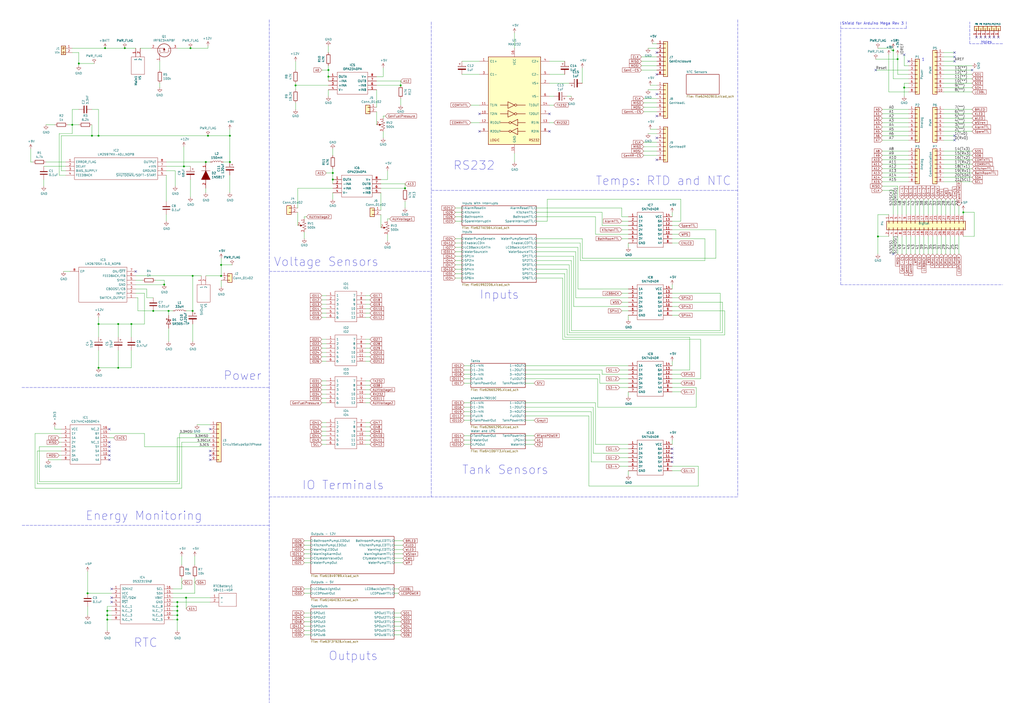
<source format=kicad_sch>
(kicad_sch (version 20231120) (generator "eeschema") (generator_version "8.0")
  (paper "A2")
  (title_block (date "mar. 31 mars 2015"))
  (junction (at 102.87 356.87))
  (junction (at 88.9 180.34))
  (junction (at 97.79 180.34))
  (junction (at 57.15 187.96))
  (junction (at 106.68 96.52))
  (junction (at 193.04 104.14))
  (junction (at 107.95 346.71))
  (junction (at 111.76 180.34))
  (junction (at 120.65 78.74))
  (junction (at 53.34 78.74))
  (junction (at 50.8 344.17))
  (junction (at 518.16 29.21))
  (junction (at 95.25 165.1))
  (junction (at 68.58 213.36))
  (junction (at 110.49 27.94))
  (junction (at 72.39 27.94))
  (junction (at 133.35 93.98))
  (junction (at 193.04 100.33))
  (junction (at 45.72 36.83))
  (junction (at 62.23 354.33))
  (junction (at 524.51 50.8))
  (junction (at 171.45 49.53))
  (junction (at 62.23 359.41))
  (junction (at 41.91 72.39))
  (junction (at 60.96 27.94))
  (junction (at 520.7 34.29))
  (junction (at 102.87 351.79))
  (junction (at 102.87 349.25))
  (junction (at 190.5 40.64))
  (junction (at 57.15 213.36))
  (junction (at 119.38 93.98))
  (junction (at 128.27 153.67))
  (junction (at 232.41 49.53))
  (junction (at 68.58 187.96))
  (junction (at 102.87 359.41))
  (junction (at 133.35 78.74))
  (junction (at 76.2 187.96))
  (junction (at 62.23 356.87))
  (junction (at 234.95 109.22))
  (junction (at 128.27 160.02))
  (junction (at 509.27 137.16))
  (junction (at 102.87 354.33))
  (junction (at 57.15 78.74))
  (junction (at 190.5 44.45))
  (junction (at 111.76 160.02))
  (junction (at 558.8 123.19))
  (no_connect (at 63.5 264.16))
  (no_connect (at 318.77 76.2))
  (no_connect (at 381 80.01))
  (no_connect (at 381 92.71))
  (no_connect (at 121.92 261.62))
  (no_connect (at 381 67.31))
  (no_connect (at 524.51 31.75))
  (no_connect (at 568.96 21.59))
  (no_connect (at 389.89 265.43))
  (no_connect (at 381 43.18))
  (no_connect (at 63.5 259.08))
  (no_connect (at 64.77 346.71))
  (no_connect (at 574.04 21.59))
  (no_connect (at 553.72 81.28))
  (no_connect (at 121.92 266.7))
  (no_connect (at 121.92 248.92))
  (no_connect (at 563.88 40.64))
  (no_connect (at 566.42 21.59))
  (no_connect (at 63.5 261.62))
  (no_connect (at 553.72 33.02))
  (no_connect (at 389.89 260.35))
  (no_connect (at 278.13 66.04))
  (no_connect (at 78.74 157.48))
  (no_connect (at 64.77 349.25))
  (no_connect (at 518.16 147.32))
  (no_connect (at 63.5 248.92))
  (no_connect (at 553.72 78.74))
  (no_connect (at 389.89 267.97))
  (no_connect (at 64.77 341.63))
  (no_connect (at 63.5 266.7))
  (no_connect (at 318.77 66.04))
  (no_connect (at 553.72 35.56))
  (no_connect (at 381 54.61))
  (no_connect (at 121.92 264.16))
  (no_connect (at 527.05 35.56))
  (no_connect (at 63.5 256.54))
  (no_connect (at 553.72 30.48))
  (no_connect (at 389.89 262.89))
  (no_connect (at 381 30.48))
  (no_connect (at 278.13 76.2))
  (no_connect (at 571.5 21.59))
  (no_connect (at 579.12 21.59))
  (no_connect (at 508 40.64))
  (no_connect (at 576.58 21.59))
  (wire (pts (xy 511.81 81.28) (xy 527.05 81.28)))
  (wire (pts (xy 190.5 40.64) (xy 190.5 44.45)))
  (wire (pts (xy 186.69 199.39) (xy 189.23 199.39)))
  (wire (pts (xy 269.24 222.25) (xy 273.05 222.25)))
  (wire (pts (xy 520.7 147.32) (xy 520.7 137.16)))
  (wire (pts (xy 311.15 161.29) (xy 326.39 161.29)))
  (wire (pts (xy 50.8 351.79) (xy 50.8 356.87)))
  (wire (pts (xy 524.51 38.1) (xy 524.51 31.75)))
  (wire (pts (xy 547.37 71.12) (xy 563.88 71.12)))
  (wire (pts (xy 321.31 55.88) (xy 318.77 55.88)))
  (wire (pts (xy 533.4 137.16) (xy 533.4 147.32)))
  (wire (pts (xy 511.81 100.33) (xy 527.05 100.33)))
  (wire (pts (xy 41.91 63.5) (xy 45.72 63.5)))
  (wire (pts (xy 267.97 158.75) (xy 264.16 158.75)))
  (wire (pts (xy 104.14 280.67) (xy 104.14 251.46)))
  (wire (pts (xy 128.27 162.56) (xy 128.27 166.37)))
  (wire (pts (xy 359.41 219.71) (xy 364.49 219.71)))
  (wire (pts (xy 180.34 358.14) (xy 176.53 358.14)))
  (wire (pts (xy 327.66 195.58) (xy 400.05 195.58)))
  (wire (pts (xy 214.63 201.93) (xy 212.09 201.93)))
  (wire (pts (xy 105.41 283.21) (xy 105.41 256.54)))
  (wire (pts (xy 88.9 180.34) (xy 97.79 180.34)))
  (wire (pts (xy 347.98 217.17) (xy 347.98 222.25)))
  (wire (pts (xy 346.71 219.71) (xy 346.71 236.22)))
  (wire (pts (xy 129.54 93.98) (xy 133.35 93.98)))
  (wire (pts (xy 298.45 93.98) (xy 298.45 88.9)))
  (wire (pts (xy 110.49 114.3) (xy 110.49 104.14)))
  (wire (pts (xy 85.09 172.72) (xy 88.9 172.72)))
  (wire (pts (xy 547.37 81.28) (xy 553.72 81.28)))
  (wire (pts (xy 128.27 149.86) (xy 128.27 153.67)))
  (wire (pts (xy 269.24 243.84) (xy 273.05 243.84)))
  (wire (pts (xy 264.16 125.73) (xy 267.97 125.73)))
  (wire (pts (xy 547.37 30.48) (xy 553.72 30.48)))
  (wire (pts (xy 406.4 196.85) (xy 406.4 219.71)))
  (wire (pts (xy 186.69 245.11) (xy 189.23 245.11)))
  (wire (pts (xy 344.17 262.89) (xy 344.17 236.22)))
  (wire (pts (xy 527.05 38.1) (xy 524.51 38.1)))
  (wire (pts (xy 546.1 124.46) (xy 546.1 115.57)))
  (wire (pts (xy 34.29 254) (xy 35.56 254)))
  (polyline (pts (xy 12.7 224.79) (xy 156.21 224.79)) (stroke (width 0) (type dash)))
  (wire (pts (xy 53.34 63.5) (xy 57.15 63.5)))
  (wire (pts (xy 212.09 247.65) (xy 214.63 247.65)))
  (wire (pts (xy 337.82 48.26) (xy 337.82 39.37)))
  (wire (pts (xy 186.69 184.15) (xy 189.23 184.15)))
  (wire (pts (xy 511.81 76.2) (xy 527.05 76.2)))
  (wire (pts (xy 420.37 194.31) (xy 328.93 194.31)))
  (wire (pts (xy 214.63 171.45) (xy 212.09 171.45)))
  (wire (pts (xy 381 49.53) (xy 377.19 49.53)))
  (wire (pts (xy 186.69 220.98) (xy 189.23 220.98)))
  (wire (pts (xy 264.16 146.05) (xy 267.97 146.05)))
  (wire (pts (xy 17.78 86.36) (xy 17.78 93.98)))
  (wire (pts (xy 381 74.93) (xy 377.19 74.93)))
  (wire (pts (xy 372.11 38.1) (xy 381 38.1)))
  (wire (pts (xy 347.98 222.25) (xy 364.49 222.25)))
  (wire (pts (xy 547.37 48.26) (xy 563.88 48.26)))
  (wire (pts (xy 342.9 238.76) (xy 342.9 267.97)))
  (wire (pts (xy 78.74 170.18) (xy 83.82 170.18)))
  (wire (pts (xy 269.24 236.22) (xy 273.05 236.22)))
  (wire (pts (xy 218.44 62.23) (xy 218.44 52.07)))
  (wire (pts (xy 346.71 236.22) (xy 403.86 236.22)))
  (wire (pts (xy 405.13 281.94) (xy 405.13 270.51)))
  (wire (pts (xy 511.81 107.95) (xy 520.7 107.95)))
  (wire (pts (xy 304.8 238.76) (xy 342.9 238.76)))
  (wire (pts (xy 214.63 220.98) (xy 212.09 220.98)))
  (wire (pts (xy 83.82 187.96) (xy 76.2 187.96)))
  (wire (pts (xy 516.89 27.94) (xy 516.89 29.21)))
  (wire (pts (xy 172.72 123.19) (xy 172.72 130.81)))
  (wire (pts (xy 176.53 341.63) (xy 180.34 341.63)))
  (wire (pts (xy 113.03 327.66) (xy 113.03 322.58)))
  (wire (pts (xy 214.63 226.06) (xy 212.09 226.06)))
  (wire (pts (xy 176.53 134.62) (xy 176.53 138.43)))
  (wire (pts (xy 389.89 128.27) (xy 394.97 128.27)))
  (wire (pts (xy 81.28 27.94) (xy 87.63 27.94)))
  (wire (pts (xy 96.52 96.52) (xy 106.68 96.52)))
  (wire (pts (xy 100.33 344.17) (xy 113.03 344.17)))
  (wire (pts (xy 558.8 123.19) (xy 558.8 121.92)))
  (wire (pts (xy 62.23 359.41) (xy 62.23 365.76)))
  (wire (pts (xy 364.49 185.42) (xy 364.49 182.88)))
  (wire (pts (xy 171.45 40.64) (xy 171.45 35.56)))
  (wire (pts (xy 518.16 110.49) (xy 518.16 124.46)))
  (wire (pts (xy 25.4 104.14) (xy 25.4 107.95)))
  (wire (pts (xy 96.52 124.46) (xy 96.52 128.27)))
  (wire (pts (xy 102.87 356.87) (xy 102.87 354.33)))
  (wire (pts (xy 57.15 187.96) (xy 57.15 195.58)))
  (wire (pts (xy 547.37 90.17) (xy 563.88 90.17)))
  (wire (pts (xy 535.94 115.57) (xy 535.94 124.46)))
  (wire (pts (xy 193.04 90.17) (xy 193.04 86.36)))
  (wire (pts (xy 78.74 167.64) (xy 85.09 167.64)))
  (wire (pts (xy 180.34 363.22) (xy 176.53 363.22)))
  (wire (pts (xy 269.24 233.68) (xy 273.05 233.68)))
  (wire (pts (xy 110.49 27.94) (xy 120.65 27.94)))
  (wire (pts (xy 548.64 137.16) (xy 548.64 147.32)))
  (wire (pts (xy 128.27 153.67) (xy 128.27 160.02)))
  (wire (pts (xy 547.37 100.33) (xy 563.88 100.33)))
  (wire (pts (xy 57.15 78.74) (xy 120.65 78.74)))
  (wire (pts (xy 547.37 87.63) (xy 563.88 87.63)))
  (wire (pts (xy 509.27 124.46) (xy 509.27 137.16)))
  (wire (pts (xy 111.76 160.02) (xy 116.84 160.02)))
  (wire (pts (xy 337.82 149.86) (xy 415.29 149.86)))
  (wire (pts (xy 389.89 167.64) (xy 389.89 165.1)))
  (wire (pts (xy 102.87 254) (xy 121.92 254)))
  (wire (pts (xy 233.68 323.85) (xy 228.6 323.85)))
  (wire (pts (xy 527.05 68.58) (xy 511.81 68.58)))
  (wire (pts (xy 548.64 115.57) (xy 548.64 124.46)))
  (wire (pts (xy 547.37 50.8) (xy 563.88 50.8)))
  (wire (pts (xy 222.25 67.31) (xy 223.52 67.31)))
  (wire (pts (xy 62.23 356.87) (xy 62.23 359.41)))
  (wire (pts (xy 193.04 97.79) (xy 193.04 100.33)))
  (wire (pts (xy 17.78 93.98) (xy 19.05 93.98)))
  (wire (pts (xy 520.7 43.18) (xy 527.05 43.18)))
  (wire (pts (xy 212.09 204.47) (xy 214.63 204.47)))
  (wire (pts (xy 212.09 173.99) (xy 214.63 173.99)))
  (wire (pts (xy 406.4 219.71) (xy 389.89 219.71)))
  (wire (pts (xy 212.09 228.6) (xy 214.63 228.6)))
  (wire (pts (xy 45.72 72.39) (xy 41.91 72.39)))
  (wire (pts (xy 327.66 158.75) (xy 327.66 195.58)))
  (polyline (pts (xy 427.99 110.49) (xy 250.19 110.49)) (stroke (width 0) (type dash)))
  (polyline (pts (xy 156.21 157.48) (xy 250.19 157.48)) (stroke (width 0) (type dash)))
  (wire (pts (xy 76.2 203.2) (xy 76.2 213.36)))
  (wire (pts (xy 102.87 351.79) (xy 100.33 351.79)))
  (wire (pts (xy 105.41 256.54) (xy 121.92 256.54)))
  (wire (pts (xy 408.94 151.13) (xy 336.55 151.13)))
  (wire (pts (xy 321.31 71.12) (xy 318.77 71.12)))
  (wire (pts (xy 41.91 77.47) (xy 41.91 72.39)))
  (wire (pts (xy 100.33 356.87) (xy 102.87 356.87)))
  (wire (pts (xy 176.53 326.39) (xy 180.34 326.39)))
  (wire (pts (xy 337.82 138.43) (xy 337.82 149.86)))
  (wire (pts (xy 41.91 72.39) (xy 39.37 72.39)))
  (wire (pts (xy 547.37 45.72) (xy 563.88 45.72)))
  (wire (pts (xy 100.33 349.25) (xy 102.87 349.25)))
  (wire (pts (xy 34.29 101.6) (xy 34.29 77.47)))
  (wire (pts (xy 330.2 193.04) (xy 419.1 193.04)))
  (wire (pts (xy 232.41 365.76) (xy 228.6 365.76)))
  (wire (pts (xy 57.15 184.15) (xy 57.15 187.96)))
  (wire (pts (xy 212.09 184.15) (xy 214.63 184.15)))
  (wire (pts (xy 83.82 259.08) (xy 121.92 259.08)))
  (wire (pts (xy 189.23 252.73) (xy 186.69 252.73)))
  (wire (pts (xy 40.64 157.48) (xy 36.83 157.48)))
  (wire (pts (xy 309.88 243.84) (xy 304.8 243.84)))
  (wire (pts (xy 90.17 162.56) (xy 95.25 162.56)))
  (wire (pts (xy 231.14 341.63) (xy 228.6 341.63)))
  (wire (pts (xy 547.37 43.18) (xy 563.88 43.18)))
  (wire (pts (xy 233.68 313.69) (xy 228.6 313.69)))
  (wire (pts (xy 232.41 360.68) (xy 228.6 360.68)))
  (wire (pts (xy 64.77 351.79) (xy 62.23 351.79)))
  (wire (pts (xy 349.25 123.19) (xy 349.25 130.81)))
  (wire (pts (xy 38.1 93.98) (xy 26.67 93.98)))
  (wire (pts (xy 121.92 93.98) (xy 119.38 93.98)))
  (wire (pts (xy 364.49 265.43) (xy 359.41 265.43)))
  (wire (pts (xy 176.53 360.68) (xy 180.34 360.68)))
  (wire (pts (xy 224.79 99.06) (xy 224.79 104.14)))
  (wire (pts (xy 349.25 214.63) (xy 304.8 214.63)))
  (wire (pts (xy 373.38 85.09) (xy 381 85.09)))
  (wire (pts (xy 304.8 255.27) (xy 309.88 255.27)))
  (wire (pts (xy 80.01 180.34) (xy 88.9 180.34)))
  (polyline (pts (xy 250.19 12.7) (xy 250.19 288.29)) (stroke (width 0) (type dash)))
  (wire (pts (xy 176.53 313.69) (xy 180.34 313.69)))
  (wire (pts (xy 133.35 74.93) (xy 133.35 78.74)))
  (wire (pts (xy 375.92 77.47) (xy 381 77.47)))
  (wire (pts (xy 269.24 214.63) (xy 273.05 214.63)))
  (wire (pts (xy 64.77 344.17) (xy 50.8 344.17)))
  (wire (pts (xy 232.41 46.99) (xy 232.41 49.53)))
  (wire (pts (xy 547.37 68.58) (xy 563.88 68.58)))
  (wire (pts (xy 364.49 212.09) (xy 304.8 212.09)))
  (wire (pts (xy 309.88 222.25) (xy 304.8 222.25)))
  (wire (pts (xy 511.81 105.41) (xy 527.05 105.41)))
  (wire (pts (xy 35.56 248.92) (xy 31.75 248.92)))
  (wire (pts (xy 218.44 49.53) (xy 232.41 49.53)))
  (wire (pts (xy 364.49 167.64) (xy 335.28 167.64)))
  (wire (pts (xy 193.04 104.14) (xy 193.04 106.68)))
  (wire (pts (xy 304.8 233.68) (xy 345.44 233.68)))
  (wire (pts (xy 373.38 82.55) (xy 381 82.55)))
  (wire (pts (xy 78.74 160.02) (xy 111.76 160.02)))
  (wire (pts (xy 78.74 162.56) (xy 82.55 162.56)))
  (wire (pts (xy 35.56 251.46) (xy 20.32 251.46)))
  (wire (pts (xy 228.6 316.23) (xy 233.68 316.23)))
  (wire (pts (xy 186.69 250.19) (xy 189.23 250.19)))
  (wire (pts (xy 222.25 44.45) (xy 222.25 39.37)))
  (wire (pts (xy 120.65 27.94) (xy 120.65 26.67)))
  (wire (pts (xy 389.89 138.43) (xy 408.94 138.43)))
  (wire (pts (xy 224.79 128.27) (xy 224.79 127)))
  (wire (pts (xy 511.81 66.04) (xy 527.05 66.04)))
  (wire (pts (xy 528.32 124.46) (xy 528.32 115.57)))
  (wire (pts (xy 511.81 73.66) (xy 527.05 73.66)))
  (wire (pts (xy 311.15 148.59) (xy 332.74 148.59)))
  (wire (pts (xy 393.7 130.81) (xy 389.89 130.81)))
  (wire (pts (xy 267.97 153.67) (xy 264.16 153.67)))
  (wire (pts (xy 515.62 53.34) (xy 515.62 31.75)))
  (wire (pts (xy 269.24 257.81) (xy 273.05 257.81)))
  (wire (pts (xy 378.46 25.4) (xy 381 25.4)))
  (wire (pts (xy 419.1 175.26) (xy 389.89 175.26)))
  (wire (pts (xy 102.87 27.94) (xy 110.49 27.94)))
  (wire (pts (xy 304.8 219.71) (xy 346.71 219.71)))
  (wire (pts (xy 417.83 170.18) (xy 389.89 170.18)))
  (wire (pts (xy 381 90.17) (xy 373.38 90.17)))
  (wire (pts (xy 220.98 106.68) (xy 234.95 106.68)))
  (wire (pts (xy 97.79 180.34) (xy 100.33 180.34)))
  (wire (pts (xy 360.68 125.73) (xy 364.49 125.73)))
  (wire (pts (xy 547.37 97.79) (xy 563.88 97.79)))
  (wire (pts (xy 360.68 138.43) (xy 364.49 138.43)))
  (wire (pts (xy 311.15 120.65) (xy 360.68 120.65)))
  (wire (pts (xy 264.16 156.21) (xy 267.97 156.21)))
  (wire (pts (xy 538.48 124.46) (xy 538.48 115.57)))
  (wire (pts (xy 335.28 167.64) (xy 335.28 143.51)))
  (wire (pts (xy 264.16 161.29) (xy 267.97 161.29)))
  (wire (pts (xy 214.63 255.27) (xy 212.09 255.27)))
  (wire (pts (xy 264.16 138.43) (xy 267.97 138.43)))
  (wire (pts (xy 389.89 180.34) (xy 420.37 180.34)))
  (wire (pts (xy 121.92 346.71) (xy 107.95 346.71)))
  (wire (pts (xy 345.44 233.68) (xy 345.44 257.81)))
  (wire (pts (xy 364.49 217.17) (xy 349.25 217.17)))
  (wire (pts (xy 68.58 213.36) (xy 57.15 213.36)))
  (wire (pts (xy 38.1 96.52) (xy 25.4 96.52)))
  (wire (pts (xy 193.04 109.22) (xy 172.72 109.22)))
  (wire (pts (xy 528.32 147.32) (xy 528.32 137.16)))
  (wire (pts (xy 83.82 170.18) (xy 83.82 187.96)))
  (wire (pts (xy 393.7 140.97) (xy 389.89 140.97)))
  (wire (pts (xy 264.16 151.13) (xy 267.97 151.13)))
  (wire (pts (xy 328.93 194.31) (xy 328.93 156.21)))
  (wire (pts (xy 228.6 321.31) (xy 233.68 321.31)))
  (wire (pts (xy 186.69 176.53) (xy 189.23 176.53)))
  (wire (pts (xy 405.13 270.51) (xy 389.89 270.51)))
  (wire (pts (xy 393.7 135.89) (xy 389.89 135.89)))
  (wire (pts (xy 80.01 172.72) (xy 80.01 180.34)))
  (wire (pts (xy 420.37 180.34) (xy 420.37 194.31)))
  (polyline (pts (xy 562.61 25.4) (xy 562.61 12.7)) (stroke (width 0) (type dash)))
  (polyline (pts (xy 156.21 288.29) (xy 427.99 288.29)) (stroke (width 0) (type dash)))
  (wire (pts (xy 189.23 204.47) (xy 186.69 204.47)))
  (wire (pts (xy 317.5 115.57) (xy 317.5 128.27)))
  (wire (pts (xy 400.05 195.58) (xy 400.05 214.63)))
  (wire (pts (xy 212.09 252.73) (xy 214.63 252.73)))
  (wire (pts (xy 547.37 66.04) (xy 563.88 66.04)))
  (wire (pts (xy 525.78 147.32) (xy 525.78 137.16)))
  (wire (pts (xy 186.69 231.14) (xy 189.23 231.14)))
  (wire (pts (xy 110.49 96.52) (xy 106.68 96.52)))
  (wire (pts (xy 515.62 124.46) (xy 509.27 124.46)))
  (wire (pts (xy 375.92 52.07) (xy 381 52.07)))
  (wire (pts (xy 100.33 354.33) (xy 102.87 354.33)))
  (wire (pts (xy 269.24 217.17) (xy 273.05 217.17)))
  (wire (pts (xy 547.37 95.25) (xy 563.88 95.25)))
  (wire (pts (xy 309.88 252.73) (xy 304.8 252.73)))
  (wire (pts (xy 317.5 128.27) (xy 311.15 128.27)))
  (wire (pts (xy 328.93 156.21) (xy 311.15 156.21)))
  (wire (pts (xy 224.79 135.89) (xy 224.79 139.7)))
  (wire (pts (xy 520.7 107.95) (xy 520.7 124.46)))
  (wire (pts (xy 102.87 279.4) (xy 102.87 254)))
  (wire (pts (xy 190.5 52.07) (xy 190.5 55.88)))
  (wire (pts (xy 193.04 111.76) (xy 193.04 115.57)))
  (wire (pts (xy 547.37 38.1) (xy 563.88 38.1)))
  (wire (pts (xy 96.52 93.98) (xy 119.38 93.98)))
  (wire (pts (xy 22.86 259.08) (xy 22.86 279.4)))
  (wire (pts (xy 232.41 368.3) (xy 228.6 368.3)))
  (wire (pts (xy 311.15 151.13) (xy 331.47 151.13)))
  (wire (pts (xy 186.69 181.61) (xy 189.23 181.61)))
  (wire (pts (xy 326.39 196.85) (xy 406.4 196.85)))
  (wire (pts (xy 214.63 176.53) (xy 212.09 176.53)))
  (wire (pts (xy 228.6 363.22) (xy 232.41 363.22)))
  (wire (pts (xy 111.76 160.02) (xy 111.76 180.34)))
  (wire (pts (xy 415.29 149.86) (xy 415.29 133.35)))
  (wire (pts (xy 269.24 255.27) (xy 273.05 255.27)))
  (wire (pts (xy 394.97 227.33) (xy 389.89 227.33)))
  (wire (pts (xy 20.32 283.21) (xy 105.41 283.21)))
  (wire (pts (xy 212.09 179.07) (xy 214.63 179.07)))
  (wire (pts (xy 518.16 29.21) (xy 518.16 45.72)))
  (wire (pts (xy 547.37 76.2) (xy 563.88 76.2)))
  (wire (pts (xy 222.25 68.58) (xy 222.25 67.31)))
  (wire (pts (xy 186.69 228.6) (xy 189.23 228.6)))
  (wire (pts (xy 541.02 137.16) (xy 541.02 147.32)))
  (wire (pts (xy 342.9 267.97) (xy 364.49 267.97)))
  (wire (pts (xy 518.16 27.94) (xy 518.16 29.21)))
  (wire (pts (xy 393.7 182.88) (xy 389.89 182.88)))
  (wire (pts (xy 360.68 133.35) (xy 364.49 133.35)))
  (wire (pts (xy 269.24 241.3) (xy 273.05 241.3)))
  (wire (pts (xy 511.81 87.63) (xy 527.05 87.63)))
  (wire (pts (xy 524.51 48.26) (xy 524.51 50.8)))
  (wire (pts (xy 92.71 50.8) (xy 92.71 48.26)))
  (wire (pts (xy 527.05 50.8) (xy 524.51 50.8)))
  (wire (pts (xy 186.69 223.52) (xy 189.23 223.52)))
  (wire (pts (xy 102.87 354.33) (xy 102.87 351.79)))
  (wire (pts (xy 107.95 346.71) (xy 100.33 346.71)))
  (wire (pts (xy 212.09 199.39) (xy 214.63 199.39)))
  (wire (pts (xy 186.69 255.27) (xy 189.23 255.27)))
  (wire (pts (xy 533.4 124.46) (xy 533.4 115.57)))
  (wire (pts (xy 311.15 123.19) (xy 349.25 123.19)))
  (polyline (pts (xy 487.68 16.51) (xy 525.78 16.51)) (stroke (width 0) (type dash)))
  (wire (pts (xy 190.5 44.45) (xy 190.5 46.99)))
  (wire (pts (xy 66.04 254) (xy 63.5 254)))
  (wire (pts (xy 556.26 137.16) (xy 556.26 147.32)))
  (wire (pts (xy 53.34 78.74) (xy 57.15 78.74)))
  (wire (pts (xy 64.77 354.33) (xy 62.23 354.33)))
  (wire (pts (xy 102.87 365.76) (xy 102.87 359.41)))
  (wire (pts (xy 97.79 182.88) (xy 97.79 180.34)))
  (wire (pts (xy 234.95 116.84) (xy 234.95 120.65)))
  (wire (pts (xy 364.49 229.87) (xy 364.49 227.33)))
  (wire (pts (xy 394.97 222.25) (xy 389.89 222.25)))
  (wire (pts (xy 83.82 251.46) (xy 83.82 259.08)))
  (polyline (pts (xy 427.99 11.43) (xy 427.99 288.29)) (stroke (width 0) (type dash)))
  (wire (pts (xy 551.18 115.57) (xy 551.18 124.46)))
  (wire (pts (xy 364.49 143.51) (xy 364.49 140.97)))
  (wire (pts (xy 509.27 137.16) (xy 509.27 147.32)))
  (wire (pts (xy 57.15 187.96) (xy 68.58 187.96)))
  (wire (pts (xy 134.62 153.67) (xy 128.27 153.67)))
  (wire (pts (xy 511.81 95.25) (xy 527.05 95.25)))
  (wire (pts (xy 64.77 356.87) (xy 62.23 356.87)))
  (wire (pts (xy 171.45 59.69) (xy 171.45 63.5)))
  (wire (pts (xy 518.16 137.16) (xy 518.16 147.32)))
  (wire (pts (xy 176.53 127) (xy 176.53 125.73)))
  (wire (pts (xy 547.37 53.34) (xy 563.88 53.34)))
  (polyline (pts (xy 156.21 304.8) (xy 12.7 304.8)) (stroke (width 0) (type dash)))
  (wire (pts (xy 20.32 251.46) (xy 20.32 283.21)))
  (wire (pts (xy 267.97 43.18) (xy 278.13 43.18)))
  (wire (pts (xy 389.89 212.09) (xy 389.89 209.55)))
  (wire (pts (xy 311.15 138.43) (xy 337.82 138.43)))
  (wire (pts (xy 105.41 327.66) (xy 105.41 322.58)))
  (wire (pts (xy 525.78 115.57) (xy 525.78 124.46)))
  (wire (pts (xy 228.6 326.39) (xy 233.68 326.39)))
  (wire (pts (xy 419.1 193.04) (xy 419.1 175.26)))
  (wire (pts (xy 100.33 359.41) (xy 102.87 359.41)))
  (wire (pts (xy 373.38 57.15) (xy 381 57.15)))
  (wire (pts (xy 558.8 137.16) (xy 565.15 137.16)))
  (wire (pts (xy 35.56 99.06) (xy 38.1 99.06)))
  (wire (pts (xy 31.75 72.39) (xy 26.67 72.39)))
  (wire (pts (xy 214.63 181.61) (xy 212.09 181.61)))
  (wire (pts (xy 102.87 349.25) (xy 102.87 351.79)))
  (wire (pts (xy 120.65 78.74) (xy 133.35 78.74)))
  (wire (pts (xy 212.09 257.81) (xy 214.63 257.81)))
  (wire (pts (xy 304.8 217.17) (xy 347.98 217.17)))
  (wire (pts (xy 547.37 73.66) (xy 563.88 73.66)))
  (wire (pts (xy 511.81 63.5) (xy 527.05 63.5)))
  (wire (pts (xy 518.16 45.72) (xy 527.05 45.72)))
  (wire (pts (xy 543.56 137.16) (xy 543.56 147.32)))
  (wire (pts (xy 113.03 344.17) (xy 113.03 335.28)))
  (wire (pts (xy 516.89 29.21) (xy 518.16 29.21)))
  (wire (pts (xy 530.86 137.16) (xy 530.86 147.32)))
  (wire (pts (xy 92.71 40.64) (xy 92.71 35.56)))
  (wire (pts (xy 389.89 172.72) (xy 393.7 172.72)))
  (wire (pts (xy 68.58 203.2) (xy 68.58 213.36)))
  (wire (pts (xy 186.69 201.93) (xy 189.23 201.93)))
  (wire (pts (xy 193.04 100.33) (xy 193.04 104.14)))
  (wire (pts (xy 273.05 71.12) (xy 278.13 71.12)))
  (wire (pts (xy 220.98 104.14) (xy 224.79 104.14)))
  (wire (pts (xy 269.24 219.71) (xy 273.05 219.71)))
  (wire (pts (xy 76.2 195.58) (xy 76.2 187.96)))
  (wire (pts (xy 543.56 124.46) (xy 543.56 115.57)))
  (wire (pts (xy 547.37 102.87) (xy 563.88 102.87)))
  (wire (pts (xy 68.58 187.96) (xy 76.2 187.96)))
  (wire (pts (xy 214.63 196.85) (xy 212.09 196.85)))
  (wire (pts (xy 68.58 195.58) (xy 68.58 187.96)))
  (wire (pts (xy 218.44 46.99) (xy 232.41 46.99)))
  (wire (pts (xy 330.2 48.26) (xy 318.77 48.26)))
  (wire (pts (xy 102.87 359.41) (xy 102.87 356.87)))
  (wire (pts (xy 212.09 233.68) (xy 214.63 233.68)))
  (wire (pts (xy 311.15 158.75) (xy 327.66 158.75)))
  (wire (pts (xy 375.92 27.94) (xy 381 27.94)))
  (wire (pts (xy 121.92 246.38) (xy 114.3 246.38)))
  (wire (pts (xy 78.74 172.72) (xy 80.01 172.72)))
  (wire (pts (xy 547.37 35.56) (xy 553.72 35.56)))
  (wire (pts (xy 400.05 214.63) (xy 389.89 214.63)))
  (wire (pts (xy 176.53 321.31) (xy 180.34 321.31)))
  (wire (pts (xy 535.94 137.16) (xy 535.94 147.32)))
  (wire (pts (xy 95.25 162.56) (xy 95.25 165.1)))
  (wire (pts (xy 360.68 180.34) (xy 364.49 180.34)))
  (wire (pts (xy 57.15 213.36) (xy 57.15 203.2)))
  (wire (pts (xy 220.98 121.92) (xy 220.98 111.76)))
  (wire (pts (xy 269.24 252.73) (xy 273.05 252.73)))
  (wire (pts (xy 389.89 125.73) (xy 389.89 123.19)))
  (wire (pts (xy 389.89 177.8) (xy 393.7 177.8)))
  (wire (pts (xy 335.28 143.51) (xy 311.15 143.51)))
  (wire (pts (xy 133.35 111.76) (xy 133.35 101.6)))
  (wire (pts (xy 107.95 180.34) (xy 111.76 180.34)))
  (wire (pts (xy 176.53 344.17) (xy 180.34 344.17)))
  (wire (pts (xy 78.74 27.94) (xy 72.39 27.94)))
  (wire (pts (xy 45.72 36.83) (xy 45.72 38.1)))
  (wire (pts (xy 35.56 78.74) (xy 53.34 78.74)))
  (wire (pts (xy 547.37 63.5) (xy 563.88 63.5)))
  (wire (pts (xy 264.16 120.65) (xy 267.97 120.65)))
  (wire (pts (xy 228.6 358.14) (xy 232.41 358.14)))
  (wire (pts (xy 186.69 171.45) (xy 189.23 171.45)))
  (wire (pts (xy 373.38 87.63) (xy 381 87.63)))
  (wire (pts (xy 267.97 140.97) (xy 264.16 140.97)))
  (wire (pts (xy 189.23 257.81) (xy 186.69 257.81)))
  (wire (pts (xy 334.01 146.05) (xy 311.15 146.05)))
  (wire (pts (xy 218.44 64.77) (xy 218.44 72.39)))
  (wire (pts (xy 186.69 226.06) (xy 189.23 226.06)))
  (wire (pts (xy 298.45 27.94) (xy 298.45 19.05)))
  (wire (pts (xy 62.23 351.79) (xy 62.23 354.33)))
  (wire (pts (xy 381 64.77) (xy 373.38 64.77)))
  (wire (pts (xy 538.48 137.16) (xy 538.48 147.32)))
  (wire (pts (xy 278.13 35.56) (xy 267.97 35.56)))
  (wire (pts (xy 41.91 30.48) (xy 45.72 30.48)))
  (wire (pts (xy 318.77 35.56) (xy 327.66 35.56)))
  (wire (pts (xy 111.76 198.12) (xy 111.76 187.96)))
  (wire (pts (xy 96.52 101.6) (xy 96.52 116.84)))
  (wire (pts (xy 22.86 279.4) (xy 102.87 279.4)))
  (wire (pts (xy 186.69 196.85) (xy 189.23 196.85)))
  (wire (pts (xy 541.02 115.57) (xy 541.02 124.46)))
  (wire (pts (xy 21.59 280.67) (xy 104.14 280.67)))
  (polyline (pts (xy 156.21 11.43) (xy 156.21 407.67)) (stroke (width 0) (type dash)))
  (wire (pts (xy 214.63 207.01) (xy 212.09 207.01)))
  (wire (pts (xy 21.59 261.62) (xy 21.59 280.67)))
  (wire (pts (xy 360.68 120.65) (xy 360.68 125.73)))
  (wire (pts (xy 417.83 191.77) (xy 417.83 170.18)))
  (wire (pts (xy 264.16 143.51) (xy 267.97 143.51)))
  (wire (pts (xy 547.37 33.02) (xy 553.72 33.02)))
  (wire (pts (xy 171.45 48.26) (xy 171.45 49.53)))
  (wire (pts (xy 232.41 57.15) (xy 232.41 60.96)))
  (wire (pts (xy 508 34.29) (xy 520.7 34.29)))
  (wire (pts (xy 331.47 191.77) (xy 417.83 191.77)))
  (wire (pts (xy 403.86 224.79) (xy 389.89 224.79)))
  (wire (pts (xy 364.49 128.27) (xy 360.68 128.27)))
  (wire (pts (xy 553.72 137.16) (xy 553.72 147.32)))
  (wire (pts (xy 546.1 137.16) (xy 546.1 147.32)))
  (wire (pts (xy 171.45 49.53) (xy 190.5 49.53)))
  (wire (pts (xy 394.97 273.05) (xy 389.89 273.05)))
  (wire (pts (xy 180.34 318.77) (xy 176.53 318.77)))
  (wire (pts (xy 341.63 241.3) (xy 341.63 281.94)))
  (wire (pts (xy 511.81 110.49) (xy 518.16 110.49)))
  (wire (pts (xy 267.97 148.59) (xy 264.16 148.59)))
  (wire (pts (xy 133.35 78.74) (xy 133.35 93.98)))
  (wire (pts (xy 403.86 236.22) (xy 403.86 224.79)))
  (wire (pts (xy 53.34 78.74) (xy 53.34 72.39)))
  (wire (pts (xy 326.39 161.29) (xy 326.39 196.85)))
  (wire (pts (xy 64.77 359.41) (xy 62.23 359.41)))
  (wire (pts (xy 551.18 137.16) (xy 551.18 147.32)))
  (wire (pts (xy 558.8 124.46) (xy 558.8 123.19)))
  (wire (pts (xy 45.72 30.48) (xy 45.72 36.83)))
  (wire (pts (xy 345.44 257.81) (xy 364.49 257.81)))
  (wire (pts (xy 176.53 125.73) (xy 177.8 125.73)))
  (wire (pts (xy 35.56 266.7) (xy 27.94 266.7)))
  (wire (pts (xy 119.38 111.76) (xy 119.38 109.22)))
  (wire (pts (xy 100.33 341.63) (xy 105.41 341.63)))
  (wire (pts (xy 35.56 259.08) (xy 22.86 259.08)))
  (wire (pts (xy 224.79 127) (xy 226.06 127)))
  (wire (pts (xy 304.8 241.3) (xy 341.63 241.3)))
  (wire (pts (xy 547.37 105.41) (xy 563.88 105.41)))
  (wire (pts (xy 360.68 170.18) (xy 364.49 170.18)))
  (wire (pts (xy 232.41 355.6) (xy 228.6 355.6)))
  (wire (pts (xy 97.79 190.5) (xy 97.79 198.12)))
  (wire (pts (xy 364.49 270.51) (xy 359.41 270.51)))
  (wire (pts (xy 176.53 355.6) (xy 180.34 355.6)))
  (wire (pts (xy 190.5 30.48) (xy 190.5 26.67)))
  (wire (pts (xy 214.63 245.11) (xy 212.09 245.11)))
  (wire (pts (xy 35.56 261.62) (xy 21.59 261.62)))
  (wire (pts (xy 189.23 209.55) (xy 186.69 209.55)))
  (wire (pts (xy 527.05 92.71) (xy 511.81 92.71)))
  (wire (pts (xy 321.31 60.96) (xy 318.77 60.96)))
  (wire (pts (xy 121.92 349.25) (xy 102.87 349.25)))
  (wire (pts (xy 85.09 167.64) (xy 85.09 172.72)))
  (wire (pts (xy 344.17 236.22) (xy 304.8 236.22)))
  (wire (pts (xy 269.24 212.09) (xy 273.05 212.09)))
  (wire (pts (xy 515.62 137.16) (xy 509.27 137.16)))
  (wire (pts (xy 389.89 257.81) (xy 389.89 255.27)))
  (wire (pts (xy 176.53 368.3) (xy 180.34 368.3)))
  (wire (pts (xy 189.23 100.33) (xy 193.04 100.33)))
  (wire (pts (xy 214.63 231.14) (xy 212.09 231.14)))
  (wire (pts (xy 101.6 107.95) (xy 101.6 99.06)))
  (polyline (pts (xy 525.78 16.51) (xy 525.78 12.065)) (stroke (width 0) (type dash)))
  (wire (pts (xy 50.8 344.17) (xy 50.8 331.47)))
  (wire (pts (xy 331.47 55.88) (xy 328.93 55.88)))
  (wire (pts (xy 520.7 31.75) (xy 520.7 34.29)))
  (wire (pts (xy 364.49 175.26) (xy 360.68 175.26)))
  (wire (pts (xy 527.05 48.26) (xy 524.51 48.26)))
  (wire (pts (xy 96.52 99.06) (xy 101.6 99.06)))
  (wire (pts (xy 511.81 90.17) (xy 527.05 90.17)))
  (wire (pts (xy 31.75 248.92) (xy 31.75 247.65)))
  (polyline (pts (xy 487.68 12.7) (xy 487.68 165.1)) (stroke (width 0) (type dash)))
  (wire (pts (xy 233.68 318.77) (xy 228.6 318.77)))
  (wire (pts (xy 186.69 247.65) (xy 189.23 247.65)))
  (wire (pts (xy 373.38 59.69) (xy 381 59.69)))
  (wire (pts (xy 553.72 115.57) (xy 553.72 124.46)))
  (wire (pts (xy 60.96 27.94) (xy 72.39 27.94)))
  (wire (pts (xy 186.69 207.01) (xy 189.23 207.01)))
  (wire (pts (xy 511.81 102.87) (xy 527.05 102.87)))
  (wire (pts (xy 523.24 124.46) (xy 523.24 115.57)))
  (wire (pts (xy 34.29 264.16) (xy 35.56 264.16)))
  (wire (pts (xy 364.49 172.72) (xy 334.01 172.72)))
  (wire (pts (xy 228.6 344.17) (xy 231.14 344.17)))
  (wire (pts (xy 212.09 223.52) (xy 214.63 223.52)))
  (wire (pts (xy 345.44 135.89) (xy 345.44 125.73)))
  (wire (pts (xy 304.8 257.81) (xy 309.88 257.81)))
  (wire (pts (xy 523.24 147.32) (xy 523.24 137.16)))
  (wire (pts (xy 106.68 85.09) (xy 106.68 96.52)))
  (wire (pts (xy 509.27 27.94) (xy 516.89 27.94)))
  (wire (pts (xy 364.49 275.59) (xy 364.49 273.05)))
  (wire (pts (xy 220.98 124.46) (xy 220.98 132.08)))
  (wire (pts (xy 222.25 76.2) (xy 222.25 80.01)))
  (wire (pts (xy 359.41 260.35) (xy 364.49 260.35)))
  (wire (pts (xy 172.72 109.22) (xy 172.72 120.65)))
  (wire (pts (xy 38.1 101.6) (xy 34.29 101.6)))
  (wire (pts (xy 189.23 233.68) (xy 186.69 233.68)))
  (wire (pts (xy 364.49 135.89) (xy 345.44 135.89)))
  (wire (pts (xy 364.49 214.63) (xy 359.41 214.63)))
  (wire (pts (xy 107.95 353.06) (xy 107.95 346.71)))
  (wire (pts (xy 176.53 316.23) (xy 180.34 316.23)))
  (wire (pts (xy 190.5 38.1) (xy 190.5 40.64)))
  (wire (pts (xy 104.14 251.46) (xy 121.92 251.46)))
  (wire (pts (xy 62.23 354.33) (xy 62.23 356.87)))
  (wire (pts (xy 372.11 33.02) (xy 381 33.02)))
  (wire (pts (xy 334.01 172.72) (xy 334.01 146.05)))
  (wire (pts (xy 394.97 217.17) (xy 389.89 217.17)))
  (wire (pts (xy 364.49 224.79) (xy 359.41 224.79)))
  (wire (pts (xy 119.38 160.02) (xy 128.27 160.02)))
  (wire (pts (xy 527.05 53.34) (xy 515.62 53.34)))
  (wire (pts (xy 508 40.64) (xy 527.05 40.64)))
  (wire (pts (xy 511.81 78.74) (xy 527.05 78.74)))
  (wire (pts (xy 349.25 217.17) (xy 349.25 214.63)))
  (wire (pts (xy 520.7 34.29) (xy 520.7 43.18)))
  (wire (pts (xy 553.72 78.74) (xy 547.37 78.74)))
  (wire (pts (xy 336.55 151.13) (xy 336.55 140.97)))
  (polyline (pts (xy 581.66 25.4) (xy 562.61 25.4)) (stroke (width 0) (type dash)))
  (wire (pts (xy 373.38 62.23) (xy 381 62.23)))
  (wire (pts (xy 264.16 123.19) (xy 267.97 123.19)))
  (wire (pts (xy 76.2 213.36) (xy 68.58 213.36)))
  (wire (pts (xy 180.34 323.85) (xy 176.53 323.85)))
  (wire (pts (xy 331.47 151.13) (xy 331.47 191.77)))
  (wire (pts (xy 394.97 115.57) (xy 317.5 115.57)))
  (wire (pts (xy 311.15 153.67) (xy 330.2 153.67)))
  (wire (pts (xy 394.97 128.27) (xy 394.97 115.57)))
  (wire (pts (xy 186.69 40.64) (xy 190.5 40.64)))
  (wire (pts (xy 267.97 128.27) (xy 264.16 128.27)))
  (wire (pts (xy 78.74 165.1) (xy 95.25 165.1)))
  (wire (pts (xy 565.15 137.16) (xy 565.15 123.19)))
  (wire (pts (xy 547.37 40.64) (xy 563.88 40.64)))
  (wire (pts (xy 234.95 106.68) (xy 234.95 109.22)))
  (wire (pts (xy 408.94 138.43) (xy 408.94 151.13)))
  (wire (pts (xy 511.81 71.12) (xy 527.05 71.12)))
  (wire (pts (xy 273.05 60.96) (xy 278.13 60.96)))
  (wire (pts (xy 57.15 63.5) (xy 57.15 78.74)))
  (wire (pts (xy 332.74 177.8) (xy 364.49 177.8)))
  (wire (pts (xy 364.49 262.89) (xy 344.17 262.89)))
  (wire (pts (xy 220.98 109.22) (xy 234.95 109.22)))
  (wire (pts (xy 318.77 43.18) (xy 327.66 43.18)))
  (polyline (pts (xy 487.68 165.1) (xy 581.66 165.1)) (stroke (width 0) (type dash)))
  (wire (pts (xy 341.63 281.94) (xy 405.13 281.94)))
  (wire (pts (xy 381 35.56) (xy 372.11 35.56)))
  (wire (pts (xy 524.51 50.8) (xy 524.51 55.88)))
  (wire (pts (xy 381 40.64) (xy 372.11 40.64)))
  (wire (pts (xy 345.44 125.73) (xy 311.15 125.73)))
  (wire (pts (xy 330.2 153.67) (xy 330.2 193.04)))
  (wire (pts (xy 349.25 130.81) (xy 364.49 130.81)))
  (wire (pts (xy 63.5 251.46) (xy 83.82 251.46)))
  (wire (pts (xy 556.26 119.38) (xy 556.26 124.46)))
  (wire (pts (xy 186.69 173.99) (xy 189.23 173.99)))
  (wire (pts (xy 34.29 77.47) (xy 41.91 77.47)))
  (wire (pts (xy 269.24 238.76) (xy 273.05 238.76)))
  (wire (pts (xy 105.41 341.63) (xy 105.41 335.28)))
  (wire (pts (xy 336.55 140.97) (xy 311.15 140.97)))
  (wire (pts (xy 35.56 99.06) (xy 35.56 78.74)))
  (wire (pts (xy 565.15 123.19) (xy 558.8 123.19)))
  (wire (pts (xy 214.63 250.19) (xy 212.09 250.19)))
  (wire (pts (xy 186.69 179.07) (xy 189.23 179.07)))
  (wire (pts (xy 171.45 49.53) (xy 171.45 52.07)))
  (wire (pts (xy 60.96 27.94) (xy 41.91 27.94)))
  (wire (pts (xy 34.29 256.54) (xy 35.56 256.54)))
  (wire (pts (xy 218.44 44.45) (xy 222.25 44.45)))
  (wire (pts (xy 332.74 148.59) (xy 332.74 177.8)))
  (wire (pts (xy 511.81 97.79) (xy 527.05 97.79)))
  (wire (pts (xy 54.61 36.83) (xy 45.72 36.83)))
  (wire (pts (xy 530.86 115.57) (xy 530.86 124.46)))
  (wire (pts (xy 41.91 72.39) (xy 41.91 63.5)))
  (wire (pts (xy 415.29 133.35) (xy 389.89 133.35)))
  (wire (pts (xy 212.09 209.55) (xy 214.63 209.55)))
  (wire (pts (xy 547.37 92.71) (xy 563.88 92.71)))
  (wire (pts (xy 176.53 365.76) (xy 180.34 365.76)))
  (text "Outputs" (at 190.5 383.54 0) (effects (font (size 5.0038 5.0038)) (justify left bottom)))
  (text "Energy Monitoring" (at 49.53 302.26 0) (effects (font (size 5.0038 5.0038)) (justify left bottom)))
  (text "Temps: RTD and NTC" (at 345.44 107.95 0) (effects (font (size 5.0038 5.0038)) (justify left bottom)))
  (text "1" (at 534.67 35.56 0) (effects (font (size 1.524 1.524)) (justify left bottom)))
  (text "RTC" (at 77.47 375.92 0) (effects (font (size 5.0038 5.0038)) (justify left bottom)))
  (text "Holes" (at 568.96 25.4 0) (effects (font (size 1.524 1.524)) (justify left bottom)))
  (text "Tank Sensors" (at 267.97 275.59 0) (effects (font (size 5.0038 5.0038)) (justify left bottom)))
  (text "Voltage Sensors" (at 158.75 154.94 0) (effects (font (size 5.0038 5.0038)) (justify left bottom)))
  (text "Shield for Arduino Mega Rev 3" (at 488.315 14.605 0) (effects (font (size 1.524 1.524)) (justify left bottom)))
  (text "Inputs" (at 278.13 173.99 0) (effects (font (size 5.0038 5.0038)) (justify left bottom)))
  (text "Power" (at 129.54 220.98 0) (effects (font (size 5.0038 5.0038)) (justify left bottom)))
  (text "RS232" (at 262.89 99.06 0) (effects (font (size 5.0038 5.0038)) (justify left bottom)))
  (text "IO Terminals" (at 175.26 284.48 0) (effects (font (size 5.0038 5.0038)) (justify left bottom)))
  (label "A6" (at 515.62 78.74 0) (effects (font (size 1.524 1.524))))
  (label "9(**)" (at 553.72 50.8 0) (effects (font (size 1.524 1.524))))
  (label "A3" (at 515.62 71.12 0) (effects (font (size 1.524 1.524))))
  (label "0(Rx0)" (at 553.72 81.28 0) (effects (font (size 1.524 1.524))))
  (label "36" (at 538.48 119.38 90) (effects (font (size 1.524 1.524))))
  (label "A11" (at 515.62 95.25 0) (effects (font (size 1.524 1.524))))
  (label "38" (at 535.94 119.38 90) (effects (font (size 1.524 1.524))))
  (label "26" (at 551.18 119.38 90) (effects (font (size 1.524 1.524))))
  (label "11(**)" (at 553.72 45.72 0) (effects (font (size 1.524 1.524))))
  (label "49" (at 523.24 144.78 90) (effects (font (size 1.524 1.524))))
  (label "A4" (at 515.62 73.66 0) (effects (font (size 1.524 1.524))))
  (label "1(Tx0)" (at 553.72 78.74 0) (effects (font (size 1.524 1.524))))
  (label "3.3MISO" (at 113.03 254 0))
  (label "5(**)" (at 553.72 68.58 0) (effects (font (size 1.524 1.524))))
  (label "A10" (at 515.62 92.71 0) (effects (font (size 1.524 1.524))))
  (label "A1" (at 515.62 66.04 0) (effects (font (size 1.524 1.524))))
  (label "46" (at 525.78 119.38 90) (effects (font (size 1.524 1.524))))
  (label "30" (at 546.1 119.38 90) (effects (font (size 1.524 1.524))))
  (label "Reset" (at 508 40.64 0) (effects (font (size 1.524 1.524))))
  (label "A15" (at 515.62 105.41 0) (effects (font (size 1.524 1.524))))
  (label "2(**)" (at 553.72 76.2 0) (effects (font (size 1.524 1.524))))
  (label "6(**)" (at 553.72 66.04 0) (effects (font (size 1.524 1.524))))
  (label "A0" (at 515.62 63.5 0) (effects (font (size 1.524 1.524))))
  (label "3.3MOSI" (at 104.14 251.46 0))
  (label "16(Tx2)" (at 553.72 92.71 0) (effects (font (size 1.524 1.524))))
  (label "13(**)" (at 553.72 40.64 0) (effects (font (size 1.524 1.524))))
  (label "41" (at 533.4 144.78 90) (effects (font (size 1.524 1.524))))
  (label "35" (at 541.02 144.78 90) (effects (font (size 1.524 1.524))))
  (label "A7" (at 515.62 81.28 0) (effects (font (size 1.524 1.524))))
  (label "42" (at 530.86 119.38 90) (effects (font (size 1.524 1.524))))
  (label "25" (at 553.72 144.78 90) (effects (font (size 1.524 1.524))))
  (label "47" (at 525.78 144.78 90) (effects (font (size 1.524 1.524))))
  (label "24" (at 553.72 119.38 90) (effects (font (size 1.524 1.524))))
  (label "A12" (at 515.62 97.79 0) (effects (font (size 1.524 1.524))))
  (label "29" (at 548.64 144.78 90) (effects (font (size 1.524 1.524))))
  (label "21(SCL)" (at 553.72 105.41 0) (effects (font (size 1.524 1.524))))
  (label "A8" (at 515.62 87.63 0) (effects (font (size 1.524 1.524))))
  (label "14(Tx3)" (at 553.72 87.63 0) (effects (font (size 1.524 1.524))))
  (label "33" (at 543.56 144.78 90) (effects (font (size 1.524 1.524))))
  (label "40" (at 533.4 119.38 90) (effects (font (size 1.524 1.524))))
  (label "53(SS)" (at 518.16 147.32 90) (effects (font (size 1.524 1.524))))
  (label "3.3SCLK" (at 114.3 256.54 0))
  (label "37" (at 538.48 144.78 90) (effects (font (size 1.524 1.524))))
  (label "A9" (at 515.62 90.17 0) (effects (font (size 1.524 1.524))))
  (label "39" (at 535.94 144.78 90) (effects (font (size 1.524 1.524))))
  (label "7(**)" (at 553.72 63.5 0) (effects (font (size 1.524 1.524))))
  (label "17(Rx2)" (at 553.72 95.25 0) (effects (font (size 1.524 1.524))))
  (label "43" (at 530.86 144.78 90) (effects (font (size 1.524 1.524))))
  (label "A2" (at 515.62 68.58 0) (effects (font (size 1.524 1.524))))
  (label "45" (at 528.32 144.78 90) (effects (font (size 1.524 1.524))))
  (label "52(SCK)" (at 518.16 119.38 90) (effects (font (size 1.524 1.524))))
  (label "4(**)" (at 553.72 71.12 0) (effects (font (size 1.524 1.524))))
  (label "34" (at 541.02 119.38 90) (effects (font (size 1.524 1.524))))
  (label "51(MOSI)" (at 520.7 147.32 90) (effects (font (size 1.524 1.524))))
  (label "A5" (at 515.62 76.2 0) (effects (font (size 1.524 1.524))))
  (label "31" (at 546.1 144.78 90) (effects (font (size 1.524 1.524))))
  (label "8(**)" (at 553.72 53.34 0) (effects (font (size 1.524 1.524))))
  (label "27" (at 551.18 144.78 90) (effects (font (size 1.524 1.524))))
  (label "32" (at 543.56 119.38 90) (effects (font (size 1.524 1.524))))
  (label "15(Rx3)" (at 553.72 90.17 0) (effects (font (size 1.524 1.524))))
  (label "44" (at 528.32 119.38 90) (effects (font (size 1.524 1.524))))
  (label "18(Tx1)" (at 553.72 97.79 0) (effects (font (size 1.524 1.524))))
  (label "23" (at 556.26 144.78 90) (effects (font (size 1.524 1.524))))
  (label "A14" (at 515.62 102.87 0) (effects (font (size 1.524 1.524))))
  (label "19(Rx1)" (at 553.72 100.33 0) (effects (font (size 1.524 1.524))))
  (label "3(**)" (at 553.72 73.66 0) (effects (font (size 1.524 1.524))))
  (label "IOREF" (at 524.51 31.75 90) (effects (font (size 1.524 1.524))))
  (label "AREF" (at 553.72 35.56 0) (effects (font (size 1.524 1.524))))
  (label "50(MISO)" (at 520.7 119.38 90) (effects (font (size 1.524 1.524))))
  (label "A13" (at 515.62 100.33 0) (effects (font (size 1.524 1.524))))
  (label "22" (at 556.26 119.38 90) (effects (font (size 1.524 1.524))))
  (label "12(**)" (at 553.72 43.18 0) (effects (font (size 1.524 1.524))))
  (label "3.3CS" (at 115.57 259.08 0))
  (label "48" (at 523.24 119.38 90) (effects (font (size 1.524 1.524))))
  (label "28" (at 548.64 119.38 90) (effects (font (size 1.524 1.524))))
  (label "10(**)" (at 553.72 48.26 0) (effects (font (size 1.524 1.524))))
  (label "20(SDA)" (at 553.72 102.87 0) (effects (font (size 1.524 1.524))))
  (global_label "IO29" (shape input) (at 214.63 201.93 0) (property "Intersheetrefs" "${INTERSHEET_REFS}" (effects (hide yes))))
  (global_label "COMRXTTL" (shape input) (at 273.05 71.12 180) (property "Intersheetrefs" "${INTERSHEET_REFS}" (effects (hide yes))))
  (global_label "SO3" (shape input) (at 232.41 360.68 0) (property "Intersheetrefs" "${INTERSHEET_REFS}" (effects (hide yes))))
  (global_label "SCL" (shape input) (at 105.41 337.82 0) (property "Intersheetrefs" "${INTERSHEET_REFS}" (effects (hide yes))))
  (global_label "SO6" (shape input) (at 232.41 368.3 0) (property "Intersheetrefs" "${INTERSHEET_REFS}" (effects (hide yes))))
  (global_label "IO311" (shape input) (at 264.16 146.05 180) (property "Intersheetrefs" "${INTERSHEET_REFS}" (effects (hide yes))))
  (global_label "IO49" (shape input) (at 214.63 250.19 0) (property "Intersheetrefs" "${INTERSHEET_REFS}" (effects (hide yes))))
  (global_label "EnCS" (shape input) (at 66.04 254 0) (property "Intersheetrefs" "${INTERSHEET_REFS}" (effects (hide yes))))
  (global_label "IO210" (shape input) (at 269.24 257.81 180) (property "Intersheetrefs" "${INTERSHEET_REFS}" (effects (hide yes))))
  (global_label "SO1" (shape input) (at 232.41 355.6 0) (property "Intersheetrefs" "${INTERSHEET_REFS}" (effects (hide yes))))
  (global_label "IO42" (shape input) (at 176.53 355.6 180) (property "Intersheetrefs" "${INTERSHEET_REFS}" (effects (hide yes))))
  (global_label "G1-2" (shape input) (at 359.41 265.43 180) (property "Intersheetrefs" "${INTERSHEET_REFS}" (effects (hide yes))))
  (global_label "IO33" (shape input) (at 176.53 344.17 180) (property "Intersheetrefs" "${INTERSHEET_REFS}" (effects (hide yes))))
  (global_label "CLK" (shape input) (at 373.38 82.55 180) (property "Intersheetrefs" "${INTERSHEET_REFS}" (effects (hide yes))))
  (global_label "EnCS" (shape input) (at 553.72 115.57 90) (property "Intersheetrefs" "${INTERSHEET_REFS}" (effects (hide yes))))
  (global_label "ENLCD" (shape input) (at 533.4 147.32 270) (property "Intersheetrefs" "${INTERSHEET_REFS}" (effects (hide yes))))
  (global_label "IO112" (shape input) (at 214.63 184.15 0) (property "Intersheetrefs" "${INTERSHEET_REFS}" (effects (hide yes))))
  (global_label "IO41" (shape input) (at 264.16 148.59 180) (property "Intersheetrefs" "${INTERSHEET_REFS}" (effects (hide yes))))
  (global_label "GenFuelPressure" (shape input) (at 223.52 67.31 0) (property "Intersheetrefs" "${INTERSHEET_REFS}" (effects (hide yes))))
  (global_label "COMRXTTL" (shape input) (at 563.88 95.25 0) (property "Intersheetrefs" "${INTERSHEET_REFS}" (effects (hide yes))))
  (global_label "S3-4" (shape input) (at 528.32 115.57 90) (property "Intersheetrefs" "${INTERSHEET_REFS}" (effects (hide yes))))
  (global_label "S1-4" (shape input) (at 359.41 214.63 180) (property "Intersheetrefs" "${INTERSHEET_REFS}" (effects (hide yes))))
  (global_label "GenHL-CS" (shape input) (at 525.78 147.32 270) (property "Intersheetrefs" "${INTERSHEET_REFS}" (effects (hide yes))))
  (global_label "MOSI" (shape input) (at 373.38 87.63 180) (property "Intersheetrefs" "${INTERSHEET_REFS}" (effects (hide yes))))
  (global_label "IO38" (shape input) (at 176.53 323.85 180) (property "Intersheetrefs" "${INTERSHEET_REFS}" (effects (hide yes))))
  (global_label "IO25" (shape input) (at 176.53 313.69 180) (property "Intersheetrefs" "${INTERSHEET_REFS}" (effects (hide yes))))
  (global_label "TX232" (shape input) (at 321.31 60.96 0) (property "Intersheetrefs" "${INTERSHEET_REFS}" (effects (hide yes))))
  (global_label "IO27" (shape input) (at 264.16 143.51 180) (property "Intersheetrefs" "${INTERSHEET_REFS}" (effects (hide yes))))
  (global_label "IO412" (shape input) (at 214.63 257.81 0) (property "Intersheetrefs" "${INTERSHEET_REFS}" (effects (hide yes))))
  (global_label "IO42" (shape input) (at 186.69 247.65 180) (property "Intersheetrefs" "${INTERSHEET_REFS}" (effects (hide yes))))
  (global_label "GreyV" (shape input) (at 543.56 115.57 90) (property "Intersheetrefs" "${INTERSHEET_REFS}" (effects (hide yes))))
  (global_label "A4" (shape input) (at 511.81 73.66 180) (property "Intersheetrefs" "${INTERSHEET_REFS}" (effects (hide yes))))
  (global_label "IO211" (shape input) (at 176.53 321.31 180) (property "Intersheetrefs" "${INTERSHEET_REFS}" (effects (hide yes))))
  (global_label "CLK" (shape input) (at 34.29 254 180) (property "Intersheetrefs" "${INTERSHEET_REFS}" (effects (hide yes))))
  (global_label "BRLED" (shape input) (at 233.68 313.69 0) (property "Intersheetrefs" "${INTERSHEET_REFS}" (effects (hide yes))))
  (global_label "WSS" (shape input) (at 360.68 175.26 180) (property "Intersheetrefs" "${INTERSHEET_REFS}" (effects (hide yes))))
  (global_label "IO22" (shape input) (at 186.69 199.39 180) (property "Intersheetrefs" "${INTERSHEET_REFS}" (effects (hide yes))))
  (global_label "KLED" (shape input) (at 563.88 66.04 0) (property "Intersheetrefs" "${INTERSHEET_REFS}" (effects (hide yes))))
  (global_label "IO23" (shape input) (at 264.16 128.27 180) (property "Intersheetrefs" "${INTERSHEET_REFS}" (effects (hide yes))))
  (global_label "SDA" (shape input) (at 563.88 102.87 0) (property "Intersheetrefs" "${INTERSHEET_REFS}" (effects (hide yes))))
  (global_label "IO33" (shape input) (at 186.69 226.06 180) (property "Intersheetrefs" "${INTERSHEET_REFS}" (effects (hide yes))))
  (global_label "LCDPOWER" (shape input) (at 231.14 344.17 0) (property "Intersheetrefs" "${INTERSHEET_REFS}" (effects (hide yes))))
  (global_label "A11" (shape input) (at 511.81 95.25 180) (property "Intersheetrefs" "${INTERSHEET_REFS}" (effects (hide yes))))
  (global_label "A0" (shape input) (at 186.69 40.64 180) (property "Intersheetrefs" "${INTERSHEET_REFS}" (effects (hide yes))))
  (global_label "IO27" (shape input) (at 214.63 196.85 0) (property "Intersheetrefs" "${INTERSHEET_REFS}" (effects (hide yes))))
  (global_label "IO11" (shape input) (at 186.69 171.45 180) (property "Intersheetrefs" "${INTERSHEET_REFS}" (effects (hide yes))))
  (global_label "SO5" (shape input) (at 563.88 87.63 0) (property "Intersheetrefs" "${INTERSHEET_REFS}" (effects (hide yes))))
  (global_label "AlarmTTL" (shape input) (at 563.88 73.66 0) (property "Intersheetrefs" "${INTERSHEET_REFS}" (effects (hide yes))))
  (global_label "IO17" (shape input) (at 214.63 171.45 0) (property "Intersheetrefs" "${INTERSHEET_REFS}" (effects (hide yes))))
  (global_label "SPIn3" (shape input) (at 546.1 147.32 270) (property "Intersheetrefs" "${INTERSHEET_REFS}" (effects (hide yes))))
  (global_label "IO45" (shape input) (at 186.69 255.27 180) (property "Intersheetrefs" "${INTERSHEET_REFS}" (effects (hide yes))))
  (global_label "SO5" (shape input) (at 232.41 365.76 0) (property "Intersheetrefs" "${INTERSHEET_REFS}" (effects (hide yes))))
  (global_label "MISO" (shape input) (at 34.29 256.54 180) (property "Intersheetrefs" "${INTERSHEET_REFS}" (effects (hide yes))))
  (global_label "IO47" (shape input) (at 264.16 153.67 180) (property "Intersheetrefs" "${INTERSHEET_REFS}" (effects (hide yes))))
  (global_label "IO28" (shape input) (at 176.53 316.23 180) (property "Intersheetrefs" "${INTERSHEET_REFS}" (effects (hide yes))))
  (global_label "A14" (shape input) (at 511.81 102.87 180) (property "Intersheetrefs" "${INTERSHEET_REFS}" (effects (hide yes))))
  (global_label "IO311" (shape input) (at 214.63 231.14 0) (property "Intersheetrefs" "${INTERSHEET_REFS}" (effects (hide yes))))
  (global_label "SPIn5" (shape input) (at 394.97 217.17 0) (property "Intersheetrefs" "${INTERSHEET_REFS}" (effects (hide yes))))
  (global_label "IO35" (shape input) (at 186.69 231.14 180) (property "Intersheetrefs" "${INTERSHEET_REFS}" (effects (hide yes))))
  (global_label "BRLED" (shape input) (at 563.88 63.5 0) (property "Intersheetrefs" "${INTERSHEET_REFS}" (effects (hide yes))))
  (global_label "WSS" (shape input) (at 538.48 147.32 270) (property "Intersheetrefs" "${INTERSHEET_REFS}" (effects (hide yes))))
  (global_label "A5" (shape input) (at 511.81 76.2 180) (property "Intersheetrefs" "${INTERSHEET_REFS}" (effects (hide yes))))
  (global_label "S1-2" (shape input) (at 359.41 219.71 180) (property "Intersheetrefs" "${INTERSHEET_REFS}" (effects (hide yes))))
  (global_label "GenE-CS" (shape input) (at 372.11 40.64 180) (property "Intersheetrefs" "${INTERSHEET_REFS}" (effects (hide yes))))
  (global_label "A1" (shape input) (at 309.88 255.27 0) (property "Intersheetrefs" "${INTERSHEET_REFS}" (effects (hide yes))))
  (global_label "IO48" (shape input) (at 214.63 247.65 0) (property "Intersheetrefs" "${INTERSHEET_REFS}" (effects (hide yes))))
  (global_label "MOSI" (shape input) (at 372.11 38.1 180) (property "Intersheetrefs" "${INTERSHEET_REFS}" (effects (hide yes))))
  (global_label "SO4" (shape input) (at 232.41 363.22 0) (property "Intersheetrefs" "${INTERSHEET_REFS}" (effects (hide yes))))
  (global_label "IO13" (shape input) (at 186.69 176.53 180) (property "Intersheetrefs" "${INTERSHEET_REFS}" (effects (hide yes))))
  (global_label "SPIn4" (shape input) (at 548.64 147.32 270) (property "Intersheetrefs" "${INTERSHEET_REFS}" (effects (hide yes))))
  (global_label "G4-4" (shape input) (at 541.02 115.57 90) (property "Intersheetrefs" "${INTERSHEET_REFS}" (effects (hide yes))))
  (global_label "WPS" (shape input) (at 393.7 135.89 0) (property "Intersheetrefs" "${INTERSHEET_REFS}" (effects (hide yes))))
  (global_label "MISO" (shape input) (at 373.38 85.09 180) (property "Intersheetrefs" "${INTERSHEET_REFS}" (effects (hide yes))))
  (global_label "RX232" (shape input) (at 321.31 71.12 0) (property "Intersheetrefs" "${INTERSHEET_REFS}" (effects (hide yes))))
  (global_label "IO31" (shape input) (at 186.69 220.98 180) (property "Intersheetrefs" "${INTERSHEET_REFS}" (effects (hide yes))))
  (global_label "SO2" (shape input) (at 232.41 358.14 0) (property "Intersheetrefs" "${INTERSHEET_REFS}" (effects (hide yes))))
  (global_label "IO110" (shape input) (at 269.24 243.84 180) (property "Intersheetrefs" "${INTERSHEET_REFS}" (effects (hide yes))))
  (global_label "IO22" (shape input) (at 176.53 318.77 180) (property "Intersheetrefs" "${INTERSHEET_REFS}" (effects (hide yes))))
  (global_label "MISO" (shape input) (at 511.81 107.95 180) (property "Intersheetrefs" "${INTERSHEET_REFS}" (effects (hide yes))))
  (global_label "SO6" (shape input) (at 563.88 90.17 0) (property "Intersheetrefs" "${INTERSHEET_REFS}" (effects (hide yes))))
  (global_label "IO211" (shape input) (at 214.63 207.01 0) (property "Intersheetrefs" "${INTERSHEET_REFS}" (effects (hide yes))))
  (global_label "LCBBACK" (shape input) (at 535.94 147.32 270) (property "Intersheetrefs" "${INTERSHEET_REFS}" (effects (hide yes))))
  (global_label "G4-4" (shape input) (at 394.97 273.05 0) (property "Intersheetrefs" "${INTERSHEET_REFS}" (effects (hide yes))))
  (global_label "IO17" (shape input) (at 269.24 222.25 180) (property "Intersheetrefs" "${INTERSHEET_REFS}" (effects (hide yes))))
  (global_label "A0" (shape input) (at 511.81 63.5 180) (property "Intersheetrefs" "${INTERSHEET_REFS}" (effects (hide yes))))
  (global_label "A2" (shape input) (at 511.81 68.58 180) (property "Intersheetrefs" "${INTERSHEET_REFS}" (effects (hide yes))))
  (global_label "IO14" (shape input) (at 186.69 179.07 180) (property "Intersheetrefs" "${INTERSHEET_REFS}" (effects (hide yes))))
  (global_label "IO19" (shape input) (at 214.63 176.53 0) (property "Intersheetrefs" "${INTERSHEET_REFS}" (effects (hide yes))))
  (global_label "IO15" (shape input) (at 269.24 214.63 180) (property "Intersheetrefs" "${INTERSHEET_REFS}" (effects (hide yes))))
  (global_label "A9" (shape input) (at 511.81 90.17 180) (property "Intersheetrefs" "${INTERSHEET_REFS}" (effects (hide yes))))
  (global_label "MOSI" (shape input) (at 34.29 264.16 180) (property "Intersheetrefs" "${INTERSHEET_REFS}" (effects (hide yes))))
  (global_label "IO112" (shape input) (at 269.24 241.3 180) (property "Intersheetrefs" "${INTERSHEET_REFS}" (effects (hide yes))))
  (global_label "IO12" (shape input) (at 186.69 173.99 180) (property "Intersheetrefs" "${INTERSHEET_REFS}" (effects (hide yes))))
  (global_label "SPIn2" (shape input) (at 393.7 172.72 0) (property "Intersheetrefs" "${INTERSHEET_REFS}" (effects (hide yes))))
  (global_label "LCBBACK" (shape input) (at 360.68 170.18 180) (property "Intersheetrefs" "${INTERSHEET_REFS}" (effects (hide yes))))
  (global_label "IO410" (shape input) (at 264.16 156.21 180) (property "Intersheetrefs" "${INTERSHEET_REFS}" (effects (hide yes))))
  (global_label "A13" (shape input) (at 234.95 106.68 0) (property "Intersheetrefs" "${INTERSHEET_REFS}" (effects (hide yes))))
  (global_label "SPIn4" (shape input) (at 393.7 182.88 0) (property "Intersheetrefs" "${INTERSHEET_REFS}" (effects (hide yes))))
  (global_label "GenHR-CS" (shape input) (at 528.32 147.32 270) (property "Intersheetrefs" "${INTERSHEET_REFS}" (effects (hide yes))))
  (global_label "IO45" (shape input) (at 176.53 358.14 180) (property "Intersheetrefs" "${INTERSHEET_REFS}" (effects (hide yes))))
  (global_label "TX232" (shape input) (at 214.63 220.98 0) (property "Intersheetrefs" "${INTERSHEET_REFS}" (effects (hide yes))))
  (global_label "IO210" (shape input) (at 214.63 204.47 0) (property "Intersheetrefs" "${INTERSHEET_REFS}" (effects (hide yes))))
  (global_label "IO411" (shape input) (at 176.53 363.22 180) (property "Intersheetrefs" "${INTERSHEET_REFS}" (effects (hide yes))))
  (global_label "IO212" (shape input) (at 214.63 209.55 0) (property "Intersheetrefs" "${INTERSHEET_REFS}" (effects (hide yes))))
  (global_label "IO24" (shape input) (at 186.69 204.47 180) (property "Intersheetrefs" "${INTERSHEET_REFS}" (effects (hide yes))))
  (global_label "SpareTTL" (shape input) (at 563.88 76.2 0) (property "Intersheetrefs" "${INTERSHEET_REFS}" (effects (hide yes))))
  (global_label "SPIn5" (shape input) (at 551.18 147.32 270) (property "Intersheetrefs" "${INTERSHEET_REFS}" (effects (hide yes))))
  (global_label "A8" (shape input) (at 511.81 87.63 180) (property "Intersheetrefs" "${INTERSHEET_REFS}" (effects (hide yes))))
  (global_label "WLED" (shape input) (at 563.88 68.58 0) (property "Intersheetrefs" "${INTERSHEET_REFS}" (effects (hide yes))))
  (global_label "BathRoomTTL" (shape input) (at 360.68 138.43 180) (property "Intersheetrefs" "${INTERSHEET_REFS}" (effects (hide yes))))
  (global_label "IO28" (shape input) (at 214.63 199.39 0) (property "Intersheetrefs" "${INTERSHEET_REFS}" (effects (hide yes))))
  (global_label "KitchenTTL" (shape input) (at 360.68 133.35 180) (property "Intersheetrefs" "${INTERSHEET_REFS}" (effects (hide yes))))
  (global_label "IO31" (shape input) (at 264.16 158.75 180) (property "Intersheetrefs" "${INTERSHEET_REFS}" (effects (hide yes))))
  (global_label "GenFuelPressure" (shape input) (at 186.69 233.68 180) (property "Intersheetrefs" "${INTERSHEET_REFS}" (effects (hide yes))))
  (global_label "SDA" (shape input) (at 186.69 250.19 180) (property "Intersheetrefs" "${INTERSHEET_REFS}" (effects (hide yes))))
  (global_label "IO24" (shape input) (at 264.16 138.43 180) (property "Intersheetrefs" "${INTERSHEET_REFS}" (effects (hide yes))))
  (global_label "IO23" (shape input) (at 186.69 201.93 180) (property "Intersheetrefs" "${INTERSHEET_REFS}" (effects (hide yes))))
  (global_label "A2" (shape input) (at 309.88 257.81 0) (property "Intersheetrefs" "${INTERSHEET_REFS}" (effects (hide yes))))
  (global_label "A3" (shape input) (at 511.81 71.12 180) (property "Intersheetrefs" "${INTERSHEET_REFS}" (effects (hide yes))))
  (global_label "IO35" (shape input) (at 176.53 368.3 180) (property "Intersheetrefs" "${INTERSHEET_REFS}" (effects (hide yes))))
  (global_label "GenE-CS" (shape input) (at 523.24 147.32 270) (property "Intersheetrefs" "${INTERSHEET_REFS}" (effects (hide yes))))
  (global_label "IO44" (shape input) (at 186.69 252.73 180) (property "Intersheetrefs" "${INTERSHEET_REFS}" (effects (hide yes))))
  (global_label "SCL" (shape input) (at 186.69 257.81 180) (property "Intersheetrefs" "${INTERSHEET_REFS}" (effects (hide yes))))
  (global_label "SO3" (shape input) (at 563.88 48.26 0) (property "Intersheetrefs" "${INTERSHEET_REFS}" (effects (hide yes))))
  (global_label "IO26" (shape input) (at 264.16 125.73 180) (property "Intersheetrefs" "${INTERSHEET_REFS}" (effects (hide yes))))
  (global_label "IO18" (shape input) (at 269.24 217.17 180) (property "Intersheetrefs" "${INTERSHEET_REFS}" (effects (hide yes))))
  (global_label "WP" (shape input) (at 233.68 326.39 0) (property "Intersheetrefs" "${INTERSHEET_REFS}" (effects (hide yes))))
  (global_label "A14" (shape input) (at 107.95 353.06 0) (property "Intersheetrefs" "${INTERSHEET_REFS}" (effects (hide yes))))
  (global_label "CLK" (shape input) (at 372.11 33.02 180) (property "Intersheetrefs" "${INTERSHEET_REFS}" (effects (hide yes))))
  (global_label "IO34" (shape input) (at 264.16 161.29 180) (property "Intersheetrefs" "${INTERSHEET_REFS}" (effects (hide yes))))
  (global_label "S3-4" (shape input) (at 359.41 224.79 180) (property "Intersheetrefs" "${INTERSHEET_REFS}" (effects (hide yes))))
  (global_label "S4-4" (shape input) (at 530.86 115.57 90) (property "Intersheetrefs" "${INTERSHEET_REFS}" (effects (hide yes))))
  (global_label "IO21" (shape input) (at 186.69 196.85 180) (property "Intersheetrefs" "${INTERSHEET_REFS}" (effects (hide yes))))
  (global_label "IO12" (shape input) (at 269.24 212.09 180) (property "Intersheetrefs" "${INTERSHEET_REFS}" (effects (hide yes))))
  (global_label "IO21" (shape input) (at 176.53 326.39 180) (property "Intersheetrefs" "${INTERSHEET_REFS}" (effects (hide yes))))
  (global_label "G3-4" (shape input) (at 359.41 270.51 180) (property "Intersheetrefs" "${INTERSHEET_REFS}" (effects (hide yes))))
  (global_label "SO4" (shape input) (at 563.88 50.8 0) (property "Intersheetrefs" "${INTERSHEET_REFS}" (effects (hide yes))))
  (global_label "CWV" (shape input) (at 233.68 323.85 0) (property "Intersheetrefs" "${INTERSHEET_REFS}" (effects (hide yes))))
  (global_label "SPIn1" (shape input) (at 541.02 147.32 270) (property "Intersheetrefs" "${INTERSHEET_REFS}" (effects (hide yes))))
  (global_label "IO15" (shape input) (at 186.69 181.61 180) (property "Intersheetrefs" "${INTERSHEET_REFS}" (effects (hide yes))))
  (global_label "IO110" (shape input) (at 214.63 179.07 0) (property "Intersheetrefs" "${INTERSHEET_REFS}" (effects (hide yes))))
  (global_label "MISO" (shape input) (at 373.38 59.69 180) (property "Intersheetrefs" "${INTERSHEET_REFS}" (effects (hide yes))))
  (global_label "SPIn1" (shape input) (at 360.68 180.34 180) (property "Intersheetrefs" "${INTERSHEET_REFS}" (effects (hide yes))))
  (global_label "IO412" (shape input) (at 264.16 140.97 180) (property "Intersheetrefs" "${INTERSHEET_REFS}" (effects (hide yes))))
  (global_label "RTankPOWER" (shape input) (at 309.88 252.73 0) (property "Intersheetrefs" "${INTERSHEET_REFS}" (effects (hide yes))))
  (global_label "RTankPOWER" (shape input) (at 556.26 119.38 90) (property "Intersheetrefs" "${INTERSHEET_REFS}" (effects (hide yes))))
  (global_label "S1-4" (shape input) (at 523.24 115.57 90) (property "Intersheetrefs" "${INTERSHEET_REFS}" (effects (hide yes))))
  (global_label "RX232" (shape input) (at 214.63 228.6 0) (property "Intersheetrefs" "${INTERSHEET_REFS}" (effects (hide yes))))
  (global_label "IO14" (shape input) (at 269.24 252.73 180) (property "Intersheetrefs" "${INTERSHEET_REFS}" (effects (hide yes))))
  (global_label "IO26" (shape input) (at 186.69 209.55 180) (property "Intersheetrefs" "${INTERSHEET_REFS}" (effects (hide yes))))
  (global_label "IO32" (shape input) (at 176.53 365.76 180) (property "Intersheetrefs" "${INTERSHEET_REFS}" (effects (hide yes))))
  (global_label "CWV" (shape input) (at 548.64 115.57 90) (property "Intersheetrefs" "${INTERSHEET_REFS}" (effects (hide yes))))
  (global_label "G1-4" (shape input) (at 533.4 115.57 90) (property "Intersheetrefs" "${INTERSHEET_REFS}" (effects (hide yes))))
  (global_label "A15" (shape input) (at 189.23 100.33 180) (property "Intersheetrefs" "${INTERSHEET_REFS}" (effects (hide yes))))
  (global_label "IO48" (shape input) (at 176.53 360.68 180) (property "Intersheetrefs" "${INTERSHEET_REFS}" (effects (hide yes))))
  (global_label "SPIn2" (shape input) (at 543.56 147.32 270) (property "Intersheetrefs" "${INTERSHEET_REFS}" (effects (hide yes))))
  (global_label "KitchenTTL" (shape input) (at 563.88 97.79 0) (property "Intersheetrefs" "${INTERSHEET_REFS}" (effects (hide yes))))
  (global_label "G3-4" (shape input) (at 538.48 115.57 90) (property "Intersheetrefs" "${INTERSHEET_REFS}" (effects (hide yes))))
  (global_label "GenHL-CS" (shape input) (at 373.38 64.77 180) (property "Intersheetrefs" "${INTERSHEET_REFS}" (effects (hide yes))))
  (global_label "SDA" (shape input) (at 113.03 337.82 0) (property "Intersheetrefs" "${INTERSHEET_REFS}" (effects (hide yes))))
  (global_label "A10" (shape input) (at 511.81 92.71 180) (property "Intersheetrefs" "${INTERSHEET_REFS}" (effects (hide yes))))
  (global_label "SO1" (shape input) (at 563.88 43.18 0) (property "Intersheetrefs" "${INTERSHEET_REFS}" (effects (hide yes))))
  (global_label "IO410" (shape input) (at 214.63 252.73 0) (property "Intersheetrefs" "${INTERSHEET_REFS}" (effects (hide yes))))
  (global_label "IO11" (shape input) (at 269.24 255.27 180) (property "Intersheetrefs" "${INTERSHEET_REFS}" (effects (hide yes))))
  (global_label "SPIn6" (shape input) (at 553.72 147.32 270) (property "Intersheetrefs" "${INTERSHEET_REFS}" (effects (hide yes))))
  (global_label "IO16" (shape input) (at 186.69 184.15 180) (property "Intersheetrefs" "${INTERSHEET_REFS}" (effects (hide yes))))
  (global_label "IO111" (shape input) (at 214.63 181.61 0) (property "Intersheetrefs" "${INTERSHEET_REFS}" (effects (hide yes))))
  (global_label "COMTXTTL" (shape input) (at 273.05 60.96 180) (property "Intersheetrefs" "${INTERSHEET_REFS}" (effects (hide yes))))
  (global_label "CLK" (shape input) (at 373.38 57.15 180) (property "Intersheetrefs" "${INTERSHEET_REFS}" (effects (hide yes))))
  (global_label "A6" (shape input) (at 511.81 78.74 180) (property "Intersheetrefs" "${INTERSHEET_REFS}" (effects (hide yes))))
  (global_label "IO25" (shape input) (at 186.69 207.01 180) (property "Intersheetrefs" "${INTERSHEET_REFS}" (effects (hide yes))))
  (global_label "WSiren" (shape input) (at 233.68 321.31 0) (property "Intersheetrefs" "${INTERSHEET_REFS}" (effects (hide yes))))
  (global_label "WP" (shape input) (at 551.18 115.57 90) (property "Intersheetrefs" "${INTERSHEET_REFS}" (effects (hide yes))))
  (global_label "AUXVoltage1" (shape input) (at 214.63 226.06 0) (property "Intersheetrefs" "${INTERSHEET_REFS}" (effects (hide yes))))
  (global_label "WPS" (shape input) (at 530.86 147.32 270) (property "Intersheetrefs" "${INTERSHEET_REFS}" (effects (hide yes))))
  (global_label "IO13" (shape input) (at 269.24 233.68 180) (property "Intersheetrefs" "${INTERSHEET_REFS}" (effects (hide yes))))
  (global_label "IO111" (shape input) (at 269.24 219.71 180) (property "Intersheetrefs" "${INTERSHEET_REFS}" (effects (hide yes))))
  (global_label "S1-2" (shape input) (at 525.78 115.57 90) (property "Intersheetrefs" "${INTERSHEET_REFS}" (effects (hide yes))))
  (global_label "IO44" (shape input) (at 264.16 151.13 180) (property "Intersheetrefs" "${INTERSHEET_REFS}" (effects (hide yes))))
  (global_label "IO29" (shape input) (at 264.16 123.19 180) (property "Intersheetrefs" "${INTERSHEET_REFS}" (effects (hide yes))))
  (global_label "A12" (shape input) (at 511.81 97.79 180) (property "Intersheetrefs" "${INTERSHEET_REFS}" (effects (hide yes))))
  (global_label "G1-2" (shape input) (at 535.94 115.57 90) (property "Intersheetrefs" "${INTERSHEET_REFS}" (effects (hide yes))))
  (global_label "GenHR-CS" (shape input) (at 373.38 90.17 180) (property "Intersheetrefs" "${INTERSHEET_REFS}" (effects (hide yes))))
  (global_label "IO212" (shape input) (at 264.16 120.65 180) (property "Intersheetrefs" "${INTERSHEET_REFS}" (effects (hide yes))))
  (global_label "GreyV" (shape input) (at 309.88 243.84 0) (property "Intersheetrefs" "${INTERSHEET_REFS}" (effects (hide yes))))
  (global_label "MOSI" (shape input) (at 373.38 62.23 180) (property "Intersheetrefs" "${INTERSHEET_REFS}" (effects (hide yes))))
  (global_label "IO411" (shape input) (at 214.63 255.27 0) (property "Intersheetrefs" "${INTERSHEET_REFS}" (effects (hide yes))))
  (global_label "A7" (shape input) (at 511.81 81.28 180) (property "Intersheetrefs" "${INTERSHEET_REFS}" (effects (hide yes))))
  (global_label "ENLCD" (shape input) (at 393.7 140.97 0) (property "Intersheetrefs" "${INTERSHEET_REFS}" (effects (hide yes))))
  (global_label "IO19" (shape input) (at 269.24 238.76 180) (property "Intersheetrefs" "${INTERSHEET_REFS}" (effects (hide yes))))
  (global_label "IO38" (shape input) (at 214.63 223.52 0) (property "Intersheetrefs" "${INTERSHEET_REFS}" (effects (hide yes))))
  (global_label "STV" (shape input) (at 546.1 115.57 90) (property "Intersheetrefs" "${INTERSHEET_REFS}" (effects (hide yes))))
  (global_label "SO2" (shape input) (at 563.88 45.72 0) (property "Intersheetrefs" "${INTERSHEET_REFS}" (effects (hide yes))))
  (global_label "KLED" (shape input) (at 233.68 316.23 0) (property "Intersheetrefs" "${INTERSHEET_REFS}" (effects (hide yes))))
  (global_label "LCDBL" (shape input) (at 563.88 53.34 0) (property "Intersheetrefs" "${INTERSHEET_REFS}" (effects (hide yes))))
  (global_label "AUXVoltage2" (shape input) (at 214.63 233.68 0) (property "Intersheetrefs" "${INTERSHEET_REFS}" (effects (hide yes))))
  (global_label "SCL" (shape input) (at 563.88 105.41 0) (property "Intersheetrefs" "${INTERSHEET_REFS}" (effects (hide yes))))
  (global_label "A13" (shape input) (at 511.81 100.33 180) (property "Intersheetrefs" "${INTERSHEET_REFS}" (effects (hide yes))))
  (global_label "IO32" (shape input) (at 186.69 223.52 180) (property "Intersheetrefs" "${INTERSHEET_REFS}" (effects (hide yes))))
  (global_label "STV" (shape input) (at 309.88 222.25 0) (property "Intersheetrefs" "${INTERSHEET_REFS}" (effects (hide yes))))
  (global_label "S4-4" (shape input) (at 394.97 227.33 0) (property "Intersheetrefs" "${INTERSHEET_REFS}" (effects (hide yes))))
  (global_label "A15" (shape input) (at 511.81 105.41 180) (property "Intersheetrefs" "${INTERSHEET_REFS}" (effects (hide yes))))
  (global_label "IO16" (shape input) (at 269.24 236.22 180) (property "Intersheetrefs" "${INTERSHEET_REFS}" (effects (hide yes))))
  (global_label "IO47" (shape input) (at 214.63 245.11 0) (property "Intersheetrefs" "${INTERSHEET_REFS}" (effects (hide yes))))
  (global_label "IO18" (shape input) (at 214.63 173.99 0) (property "Intersheetrefs" "${INTERSHEET_REFS}" (effects (hide yes))))
  (global_label "AlarmTTL" (shape input) (at 360.68 128.27 180) (property "Intersheetrefs" "${INTERSHEET_REFS}" (effects (hide yes))))
  (global_label "MISO" (shape input) (at 372.11 35.56 180) (property "Intersheetrefs" "${INTERSHEET_REFS}" (effects (hide yes))))
  (global_label "AUXVoltage1" (shape input) (at 226.06 127 0) (property "Intersheetrefs" "${INTERSHEET_REFS}" (effects (hide yes))))
  (global_label "SPIn3" (shape input) (at 393.7 177.8 0) (property "Intersheetrefs" "${INTERSHEET_REFS}" (effects (hide yes))))
  (global_label "BathRoomTTL" (shape input) (at 563.88 100.33 0) (property "Intersheetrefs" "${INTERSHEET_REFS}" (effects (hide yes))))
  (global_label "IO49" (shape input) (at 176.53 341.63 180) (property "Intersheetrefs" "${INTERSHEET_REFS}" (effects (hide yes))))
  (global_label "SpareTTL" (shape input) (at 393.7 130.81 0) (property "Intersheetrefs" "${INTERSHEET_REFS}" (effects (hide yes))))
  (global_label "LCDBL" (shape input) (at 231.14 341.63 0) (property "Intersheetrefs" "${INTERSHEET_REFS}" (effects (hide yes))))
  (global_label "CLK" (shape input) (at 511.81 110.49 180) (property "Intersheetrefs" "${INTERSHEET_REFS}" (effects (hide yes))))
  (global_label "G1-4" (shape input) (at 359.41 260.35 180) (property "Intersheetrefs" "${INTERSHEET_REFS}" (effects (hide yes))))
  (global_label "WLED" (shape input) (at 233.68 318.77 0) (property "Intersheetrefs" "${INTERSHEET_REFS}" (effects (hide yes))))
  (global_label "IO34" (shape input) (at 186.69 228.6 180) (property "Intersheetrefs" "${INTERSHEET_REFS}" (effects (hide yes))))
  (global_label "AUXVoltage2" (shape input) (at 177.8 125.73 0) (property "Intersheetrefs" "${INTERSHEET_REFS}" (effects (hide yes))))
  (global_label "SPIn6" (shape input) (at 394.97 222.25 0) (property "Intersheetrefs" "${INTERSHEET_REFS}" (effects (hide yes))))
  (global_label "IO41" (shape input) (at 186.69 245.11 180) (property "Intersheetrefs" "${INTERSHEET_REFS}" (effects (hide yes))))
  (global_label "LCDPOWER" (shape input) (at 556.26 147.32 270) (property "Intersheetrefs" "${INTERSHEET_REFS}" (effects (hide yes))))
  (global_label "WSiren" (shape input) (at 563.88 71.12 0) (property "Intersheetrefs" "${INTERSHEET_REFS}" (effects (hide yes))))
  (global_label "MOSI" (shape input) (at 520.7 147.32 270) (property "Intersheetrefs" "${INTERSHEET_REFS}" (effects (hide yes))))
  (global_label "A12" (shape input) (at 232.41 46.99 0) (property "Intersheetrefs" "${INTERSHEET_REFS}" (effects (hide yes))))
  (global_label "COMTXTTL" (shape input) (at 563.88 92.71 0) (property "Intersheetrefs" "${INTERSHEET_REFS}" (effects (hide yes))))
  (global_label "A1" (shape input) (at 511.81 66.04 180) (property "Intersheetrefs" "${INTERSHEET_REFS}" (effects (hide yes))))
  (symbol (lib_id "Connector_Generic:Conn_01x01") (at 566.42 16.51 90) (unit 1)
    (property "Reference" "P8" (at 566.42 13.97 90) (effects (font (size 0.7874 0.7874))))
    (property "Value" "CONN_01X01" (effects (hide yes)))
    (property "Footprint" "Socket_Arduino_Mega:Arduino_1pin" (effects (hide yes)))
  )
  (symbol (lib_id "Connector_Generic:Conn_01x01") (at 568.96 16.51 90) (unit 1)
    (property "Reference" "P9" (at 568.96 13.97 90) (effects (font (size 0.7874 0.7874))))
    (property "Value" "CONN_01X01" (effects (hide yes)))
    (property "Footprint" "Socket_Arduino_Mega:Arduino_1pin" (effects (hide yes)))
  )
  (symbol (lib_id "Connector_Generic:Conn_01x01") (at 571.5 16.51 90) (unit 1)
    (property "Reference" "P10" (at 571.5 13.97 90) (effects (font (size 0.7874 0.7874))))
    (property "Value" "CONN_01X01" (effects (hide yes)))
    (property "Footprint" "Socket_Arduino_Mega:Arduino_1pin" (effects (hide yes)))
  )
  (symbol (lib_id "Connector_Generic:Conn_01x01") (at 574.04 16.51 90) (unit 1)
    (property "Reference" "P11" (at 574.04 13.97 90) (effects (font (size 0.7874 0.7874))))
    (property "Value" "CONN_01X01" (effects (hide yes)))
    (property "Footprint" "Socket_Arduino_Mega:Arduino_1pin" (effects (hide yes)))
  )
  (symbol (lib_id "Connector_Generic:Conn_01x01") (at 576.58 16.51 90) (unit 1)
    (property "Reference" "P12" (at 576.58 13.97 90) (effects (font (size 0.7874 0.7874))))
    (property "Value" "CONN_01X01" (effects (hide yes)))
    (property "Footprint" "Socket_Arduino_Mega:Arduino_1pin" (effects (hide yes)))
  )
  (symbol (lib_id "Connector_Generic:Conn_01x01") (at 579.12 16.51 90) (unit 1)
    (property "Reference" "P13" (at 579.12 13.97 90) (effects (font (size 0.7874 0.7874))))
    (property "Value" "CONN_01X01" (effects (hide yes)))
    (property "Footprint" "Socket_Arduino_Mega:Arduino_1pin" (effects (hide yes)))
  )
  (symbol (lib_id "Connector_Generic:Conn_01x08") (at 532.13 43.18 0) (unit 1)
    (property "Reference" "P1" (at 532.13 33.02 0))
    (property "Value" "Power" (at 534.67 43.18 90))
    (property "Footprint" "Socket_Arduino_Mega:Socket_Strip_Arduino_1x08" (effects (hide yes)))
  )
  (symbol (lib_id "power:+3V3") (at 520.7 31.75 0) (unit 1)
    (property "Reference" "#PWR060" (effects (hide yes)))
    (property "Value" "+3V3" (at 520.7 25.4 90))
  )
  (symbol (lib_id "power:GND") (at 524.51 55.88 0) (unit 1)
    (property "Reference" "#PWR061" (effects (hide yes)))
    (property "Value" "GND" (at 524.51 59.69 0))
  )
  (symbol (lib_id "Connector_Generic:Conn_01x10") (at 542.29 40.64 0) (mirror y) (unit 1)
    (property "Reference" "P5" (at 542.29 27.94 0))
    (property "Value" "PWM" (at 539.75 40.64 90))
    (property "Footprint" "Socket_Arduino_Mega:Socket_Strip_Arduino_1x10" (effects (hide yes)))
  )
  (symbol (lib_id "power:GND") (at 563.88 38.1 90) (unit 1)
    (property "Reference" "#PWR063" (effects (hide yes)))
    (property "Value" "GND" (at 567.69 38.1 0))
  )
  (symbol (lib_id "Connector_Generic:Conn_01x08") (at 532.13 71.12 0) (unit 1)
    (property "Reference" "P2" (at 532.13 60.96 0))
    (property "Value" "Analog" (at 534.67 71.12 90))
    (property "Footprint" "Socket_Arduino_Mega:Socket_Strip_Arduino_1x08" (effects (hide yes)))
  )
  (symbol (lib_id "Connector_Generic:Conn_01x08") (at 542.29 71.12 0) (mirror y) (unit 1)
    (property "Reference" "P6" (at 542.29 60.96 0))
    (property "Value" "PWM" (at 539.75 71.12 90))
    (property "Footprint" "Socket_Arduino_Mega:Socket_Strip_Arduino_1x08" (effects (hide yes)))
  )
  (symbol (lib_id "Connector_Generic:Conn_01x08") (at 532.13 95.25 0) (unit 1)
    (property "Reference" "P3" (at 532.13 85.09 0))
    (property "Value" "Analog" (at 534.67 95.25 90))
    (property "Footprint" "Socket_Arduino_Mega:Socket_Strip_Arduino_1x08" (effects (hide yes)))
  )
  (symbol (lib_id "Connector_Generic:Conn_01x08") (at 542.29 95.25 0) (mirror y) (unit 1)
    (property "Reference" "P7" (at 542.29 85.09 0))
    (property "Value" "Communication" (at 539.75 95.25 90))
    (property "Footprint" "Socket_Arduino_Mega:Socket_Strip_Arduino_1x08" (effects (hide yes)))
  )
  (symbol (lib_id "Connector_Generic:Conn_02x18_Odd_Even") (at 535.94 129.54 90) (mirror x) (unit 1)
    (property "Reference" "P4" (at 511.81 129.54 0))
    (property "Value" "Digital" (at 535.94 129.54 90))
    (property "Footprint" "Socket_Arduino_Mega:Socket_Strip_Arduino_2x18" (effects (hide yes)))
  )
  (symbol (lib_id "power:GND") (at 509.27 147.32 0) (unit 1)
    (property "Reference" "#PWR057" (effects (hide yes)))
    (property "Value" "GND" (at 509.27 151.13 0))
  )
  (symbol (lib_id "SamacSys_Parts:DS3231SN#") (at 64.77 341.63 0) (unit 1)
    (property "Reference" "IC4" (at 82.55 334.899 0))
    (property "Value" "DS3231SN#" (at 82.55 337.2104 0))
    (property "Footprint" "SamacSys_Parts:SOIC127P1032X265-16N" (effects (hide yes)))
    (property "Datasheet" "https://datasheets.maximintegrated.com/en/ds/DS3231.pdf" (effects (hide yes)))
    (property "Description" "Real Time Clock Serial Maxim DS3231SN# Real Time Clock, Battery Backup, Calendar, Clock, I2C, 5.5 V, 16-Pin SOIC" (effects (hide yes)))
    (property "Height" "2.65" (effects (hide yes)))
    (property "Mouser Part Number" "700-DS3231SN#" (effects (hide yes)))
    (property "Mouser Price/Stock" "https://www.mouser.co.uk/ProductDetail/Maxim-Integrated/DS3231SN?qs=1eQvB6Dk1vhUlr8%2FOrV0Fw%3D%3D" (effects (hide yes)))
    (property "Manufacturer_Name" "Maxim Integrated" (effects (hide yes)))
    (property "Manufacturer_Part_Number" "DS3231SN#" (effects (hide yes)))
  )
  (symbol (lib_id "SamacSys_Parts:S8411-45R") (at 121.92 349.25 0) (mirror x) (unit 1)
    (property "Reference" "RTCBattery1" (at 129.3368 339.979 0))
    (property "Value" "S8411-45R" (at 129.3368 342.2904 0))
    (property "Footprint" "SamacSys_Parts:S8411-45R_1" (effects (hide yes)))
    (property "Datasheet" "https://cdn.harwin.com/pdfs/S8411R.pdf" (effects (hide yes)))
    (property "Description" "HARWIN - S8411-45R - HOLDER, COIN CELL, CR1220, FULL REEL" (effects (hide yes)))
    (property "Mouser Part Number" "855-S8411-45R" (effects (hide yes)))
    (property "Mouser Price/Stock" "https://www.mouser.co.uk/ProductDetail/Harwin/S8411-45R?qs=Qom7kyPojXY6B0JhnWxDgQ%3D%3D" (effects (hide yes)))
    (property "Manufacturer_Name" "Harwin" (effects (hide yes)))
    (property "Manufacturer_Part_Number" "S8411-45R" (effects (hide yes)))
  )
  (symbol (lib_id "power:GND") (at 102.87 365.76 0) (unit 1)
    (property "Reference" "#PWR019" (effects (hide yes)))
    (property "Value" "GND" (at 102.997 370.1542 0))
  )
  (symbol (lib_id "power:GND") (at 62.23 365.76 0) (unit 1)
    (property "Reference" "#PWR013" (effects (hide yes)))
    (property "Value" "GND" (at 62.357 370.1542 0))
  )
  (symbol (lib_id "Connector:Screw_Terminal_01x02") (at 36.83 27.94 0) (mirror y) (unit 1)
    (property "Reference" "J1" (at 34.798 28.1432 0) (effects (justify left)))
    (property "Value" "Vin" (at 34.798 30.4546 0) (effects (justify left)))
    (property "Footprint" "TerminalBlock_Phoenix:TerminalBlock_Phoenix_MKDS-1,5-2-5.08_1x02_P5.08mm_Horizontal" (effects (hide yes)))
  )
  (symbol (lib_id "power:GND") (at 45.72 38.1 0) (mirror y) (unit 1)
    (property "Reference" "#PWR07" (effects (hide yes)))
    (property "Value" "GND" (at 45.593 42.4942 0))
  )
  (symbol (lib_id "power:+12V") (at 120.65 26.67 0) (mirror y) (unit 1)
    (property "Reference" "#PWR029" (effects (hide yes)))
    (property "Value" "+12V" (at 120.269 22.2758 0))
  )
  (symbol (lib_id "Connector_Generic:Conn_01x08") (at 386.08 82.55 0) (unit 1)
    (property "Reference" "J9" (at 388.112 82.7532 0) (effects (justify left)))
    (property "Value" "GenHeadR" (at 388.112 85.0646 0) (effects (justify left)))
    (property "Footprint" "Connector_PinSocket_2.54mm:PinSocket_1x08_P2.54mm_Vertical" (effects (hide yes)))
  )
  (symbol (lib_id "power:GND") (at 375.92 77.47 0) (unit 1)
    (property "Reference" "#PWR052" (effects (hide yes)))
    (property "Value" "GND" (at 376.047 81.8642 0))
  )
  (symbol (lib_id "SamacSys_Parts:1727751") (at 189.23 171.45 0) (unit 1)
    (property "Reference" "IO1" (at 200.66 164.719 0))
    (property "Value" "IO1" (at 200.66 167.0304 0))
    (property "Footprint" "SamacSys_Parts:1727751" (effects (hide yes)))
    (property "Datasheet" "https://www.phoenixcontact.com/pxc-oc-itemdetail-pdf-web/eshop?lineItemType=LineItem&UID=1727751" (effects (hide yes)))
    (property "Description" "PCB Terminal Block 1727751" (effects (hide yes)))
    (property "Height" "24.1" (effects (hide yes)))
    (property "Mouser Part Number" "651-1727751" (effects (hide yes)))
    (property "Mouser Price/Stock" "https://www.mouser.co.uk/ProductDetail/Phoenix-Contact/1727751?qs=tW%2FRIINyXrem9edff%2FW2fg%3D%3D" (effects (hide yes)))
    (property "Manufacturer_Name" "Phoenix Contact" (effects (hide yes)))
    (property "Manufacturer_Part_Number" "1727751" (effects (hide yes)))
  )
  (symbol (lib_id "power:+BATT") (at 60.96 27.94 0) (mirror y) (unit 1)
    (property "Reference" "#PWR012" (effects (hide yes)))
    (property "Value" "+BATT" (at 60.579 23.5458 0))
  )
  (symbol (lib_id "Device:D_Schottky") (at 97.79 186.69 90) (mirror x) (unit 1)
    (property "Reference" "D1" (at 99.822 185.5216 90) (effects (justify right)))
    (property "Value" "SR305-TP" (at 99.822 187.833 90) (effects (justify right)))
    (property "Footprint" "Diode_THT:D_DO-201AD_P5.08mm_Vertical_AnodeUp" (effects (hide yes)))
  )
  (symbol (lib_id "SamacSys_Parts:LM2670SX-5.0_NOPB") (at 40.64 157.48 0) (unit 1)
    (property "Reference" "IC3" (at 59.69 150.749 0))
    (property "Value" "LM2670SX-5.0_NOPB" (at 59.69 153.0604 0))
    (property "Footprint" "SamacSys_Parts:LM2670SX50NOPB" (effects (hide yes)))
    (property "Datasheet" "http://www.ti.com/lit/gpn/LM2670" (effects (hide yes)))
    (property "Description" "SIMPLE SWITCHER High Efficiency 3A Step-Down Voltage Regulator with Sync" (effects (hide yes)))
    (property "Height" "4.64" (effects (hide yes)))
    (property "Mouser Part Number" "926-LM2670SX50NOPB" (effects (hide yes)))
    (property "Mouser Price/Stock" "https://www.mouser.co.uk/ProductDetail/Texas-Instruments/LM2670SX-50-NOPB/?qs=X1J7HmVL2ZHkBBcK6Id9eQ%3D%3D" (effects (hide yes)))
    (property "Manufacturer_Name" "Texas Instruments" (effects (hide yes)))
    (property "Manufacturer_Part_Number" "LM2670SX-5.0/NOPB" (effects (hide yes)))
  )
  (symbol (lib_id "Connector_Generic:Conn_01x08") (at 386.08 57.15 0) (unit 1)
    (property "Reference" "J8" (at 388.112 57.3532 0) (effects (justify left)))
    (property "Value" "GenHeadL" (at 388.112 59.6646 0) (effects (justify left)))
    (property "Footprint" "Connector_PinSocket_2.54mm:PinSocket_1x08_P2.54mm_Vertical" (effects (hide yes)))
  )
  (symbol (lib_id "power:GND") (at 375.92 52.07 0) (unit 1)
    (property "Reference" "#PWR051" (effects (hide yes)))
    (property "Value" "GND" (at 376.047 56.4642 0))
  )
  (symbol (lib_id "Connector_Generic:Conn_01x08") (at 386.08 33.02 0) (unit 1)
    (property "Reference" "J7" (at 388.112 33.2232 0) (effects (justify left)))
    (property "Value" "GenEnclosure" (at 388.112 35.5346 0) (effects (justify left)))
    (property "Footprint" "Connector_PinSocket_2.54mm:PinSocket_1x08_P2.54mm_Vertical" (effects (hide yes)))
  )
  (symbol (lib_id "power:GND") (at 375.92 27.94 0) (unit 1)
    (property "Reference" "#PWR050" (effects (hide yes)))
    (property "Value" "GND" (at 376.047 32.3342 0))
  )
  (symbol (lib_id "Interface_UART:MAX232") (at 298.45 58.42 0) (unit 1)
    (property "Reference" "U1" (at 298.45 23.3426 0))
    (property "Value" "MAX232" (at 298.45 25.654 0))
    (property "Footprint" "Package_DIP:DIP-16_W7.62mm_LongPads" (effects (hide yes)))
    (property "Datasheet" "http://www.ti.com/lit/ds/symlink/max232.pdf" (effects (hide yes)))
  )
  (symbol (lib_id "Device:R") (at 105.41 331.47 0) (unit 1)
    (property "Reference" "R6" (at 107.188 330.3016 0) (effects (justify left)))
    (property "Value" "10k" (at 107.188 332.613 0) (effects (justify left)))
    (property "Footprint" "Resistor_THT:R_Axial_DIN0207_L6.3mm_D2.5mm_P2.54mm_Vertical" (effects (hide yes)))
  )
  (symbol (lib_id "Device:R") (at 113.03 331.47 0) (unit 1)
    (property "Reference" "R7" (at 114.808 330.3016 0) (effects (justify left)))
    (property "Value" "10k" (at 114.808 332.613 0) (effects (justify left)))
    (property "Footprint" "Resistor_THT:R_Axial_DIN0207_L6.3mm_D2.5mm_P2.54mm_Vertical" (effects (hide yes)))
  )
  (symbol (lib_id "power:+5V") (at 337.82 39.37 0) (unit 1)
    (property "Reference" "#PWR049" (effects (hide yes)))
    (property "Value" "+5V" (at 338.201 34.9758 0))
  )
  (symbol (lib_id "Device:C") (at 50.8 347.98 0) (unit 1)
    (property "Reference" "C3" (at 53.721 346.8116 0) (effects (justify left)))
    (property "Value" "0.1uF" (at 53.721 349.123 0) (effects (justify left)))
    (property "Footprint" "Capacitor_THT:C_Rect_L9.0mm_W3.6mm_P7.50mm_MKT" (effects (hide yes)))
  )
  (symbol (lib_id "power:GND") (at 50.8 356.87 0) (unit 1)
    (property "Reference" "#PWR09" (effects (hide yes)))
    (property "Value" "GND" (at 50.927 361.2642 0))
  )
  (symbol (lib_id "SamacSys_Parts:OPA2340PA") (at 190.5 44.45 0) (unit 1)
    (property "Reference" "IC5" (at 204.47 37.719 0))
    (property "Value" "OPA2340PA" (at 204.47 40.0304 0))
    (property "Footprint" "SamacSys_Parts:DIP794W53P254L959H508Q8N" (effects (hide yes)))
    (property "Datasheet" "http://www.ti.com/lit/gpn/opa2340" (effects (hide yes)))
    (property "Description" "Texas Instruments OPA2340PA, Dual Op Amp, 5.5MHz CMOS, Rail to Rail, 3 V, 5 V, 8-Pin PDIP" (effects (hide yes)))
    (property "Height" "5.08" (effects (hide yes)))
    (property "Mouser Part Number" "595-OPA2340PA" (effects (hide yes)))
    (property "Mouser Price/Stock" "https://www.mouser.co.uk/ProductDetail/Texas-Instruments/OPA2340PA?qs=7nS3%252BbEUL6s2KhiJuFokSw%3D%3D" (effects (hide yes)))
    (property "Manufacturer_Name" "Texas Instruments" (effects (hide yes)))
    (property "Manufacturer_Part_Number" "OPA2340PA" (effects (hide yes)))
  )
  (symbol (lib_id "SamacSys_Parts:SN7404DR") (at 364.49 125.73 0) (unit 1)
    (property "Reference" "IC7" (at 377.19 118.999 0))
    (property "Value" "SN7404DR" (at 377.19 121.3104 0))
    (property "Footprint" "SOIC127P600X175-14N" (effects (hide yes)))
    (property "Datasheet" "http://www.ti.com/lit/gpn/sn7404" (effects (hide yes)))
    (property "Description" "Inverter 6-Element Bipolar 14-Pin SOIC T/R" (effects (hide yes)))
    (property "Height" "1.75" (effects (hide yes)))
    (property "Mouser Part Number" "595-SN7404DR" (effects (hide yes)))
    (property "Mouser Price/Stock" "https://www.mouser.co.uk/ProductDetail/Texas-Instruments/SN7404DR?qs=QViXGNcIEAuHlhJRgdRtQw%3D%3D" (effects (hide yes)))
    (property "Manufacturer_Name" "Texas Instruments" (effects (hide yes)))
    (property "Manufacturer_Part_Number" "SN7404DR" (effects (hide yes)))
  )
  (symbol (lib_id "power:GND") (at 298.45 93.98 0) (unit 1)
    (property "Reference" "#PWR047" (effects (hide yes)))
    (property "Value" "GND" (at 298.577 98.3742 0))
  )
  (symbol (lib_id "Device:CP") (at 327.66 39.37 0) (unit 1)
    (property "Reference" "C14" (at 330.6572 38.2016 0) (effects (justify left)))
    (property "Value" "1uF" (at 330.6572 40.513 0) (effects (justify left)))
    (property "Footprint" "Capacitor_THT:CP_Radial_D5.0mm_P2.50mm" (effects (hide yes)))
  )
  (symbol (lib_id "Device:CP") (at 267.97 39.37 0) (unit 1)
    (property "Reference" "C12" (at 270.9672 38.2016 0) (effects (justify left)))
    (property "Value" "1uF" (at 270.9672 40.513 0) (effects (justify left)))
    (property "Footprint" "Capacitor_THT:CP_Radial_D5.0mm_P2.50mm" (effects (hide yes)))
  )
  (symbol (lib_id "Device:CP") (at 334.01 48.26 90) (unit 1)
    (property "Reference" "C15" (at 334.01 41.783 90))
    (property "Value" "1uF" (at 334.01 44.0944 90))
    (property "Footprint" "Capacitor_THT:CP_Radial_D5.0mm_P2.50mm" (effects (hide yes)))
  )
  (symbol (lib_id "Device:CP") (at 325.12 55.88 270) (mirror x) (unit 1)
    (property "Reference" "C13" (at 325.12 49.403 90))
    (property "Value" "1uF" (at 325.12 51.7144 90))
    (property "Footprint" "Capacitor_THT:CP_Radial_D5.0mm_P2.50mm" (effects (hide yes)))
  )
  (symbol (lib_id "SamacSys_Parts:LM2597MX-ADJ_NOPB") (at 38.1 93.98 0) (unit 1)
    (property "Reference" "IC2" (at 67.31 87.249 0))
    (property "Value" "LM2597MX-ADJ_NOPB" (at 67.31 89.5604 0))
    (property "Footprint" "SamacSys_Parts:SOIC127P600X175-8N" (effects (hide yes)))
    (property "Datasheet" "http://www.ti.com/lit/gpn/LM2597" (effects (hide yes)))
    (property "Description" "SIMPLE SWITCHER Power Converter 150 kHz 0.5A Step-Down Voltage Regulator" (effects (hide yes)))
    (property "Height" "1.75" (effects (hide yes)))
    (property "Mouser Part Number" "926-LM2597MXADJNOPB" (effects (hide yes)))
    (property "Mouser Price/Stock" "https://www.mouser.co.uk/ProductDetail/Texas-Instruments/LM2597MX-ADJ-NOPB?qs=X1J7HmVL2ZEDIgwfzjXNjw%3D%3D" (effects (hide yes)))
    (property "Manufacturer_Name" "Texas Instruments" (effects (hide yes)))
    (property "Manufacturer_Part_Number" "LM2597MX-ADJ/NOPB" (effects (hide yes)))
  )
  (symbol (lib_id "power:GND") (at 101.6 107.95 0) (unit 1)
    (property "Reference" "#PWR018" (effects (hide yes)))
    (property "Value" "GND" (at 101.727 112.3442 0))
  )
  (symbol (lib_id "SamacSys_Parts:1N5817") (at 119.38 93.98 270) (unit 1)
    (property "Reference" "D2" (at 122.682 100.4316 90) (effects (justify left)))
    (property "Value" "1N5817" (at 122.682 102.743 90) (effects (justify left)))
    (property "Footprint" "SamacSys_Parts:DIOAD1414W86L464D238" (effects (hide yes)))
    (property "Datasheet" "http://www.st.com/web/en/resource/technical/document/datasheet/CD00001625.pdf" (effects (hide yes)))
    (property "Description" "1N5817, Schottky Diode,  1A max, 20V, 2-Pin, DO-41" (effects (hide yes)))
    (property "Mouser Part Number" "511-1N5817" (effects (hide yes)))
    (property "Mouser Price/Stock" "https://www.mouser.co.uk/ProductDetail/STMicroelectronics/1N5817?qs=JV7lzlMm3yKNnxZdh%252BSMnw%3D%3D" (effects (hide yes)))
    (property "Manufacturer_Name" "STMicroelectronics" (effects (hide yes)))
    (property "Manufacturer_Part_Number" "1N5817" (effects (hide yes)))
  )
  (symbol (lib_id "Device:C") (at 25.4 100.33 0) (unit 1)
    (property "Reference" "C1" (at 28.321 99.1616 0) (effects (justify left)))
    (property "Value" "0.1uF" (at 28.321 101.473 0) (effects (justify left)))
    (property "Footprint" "Capacitor_THT:C_Rect_L9.0mm_W3.6mm_P7.50mm_MKT" (effects (hide yes)))
  )
  (symbol (lib_id "power:GND") (at 25.4 107.95 0) (unit 1)
    (property "Reference" "#PWR02" (effects (hide yes)))
    (property "Value" "GND" (at 25.527 112.3442 0))
  )
  (symbol (lib_id "Device:R") (at 22.86 93.98 270) (unit 1)
    (property "Reference" "R1" (at 22.86 88.7222 90))
    (property "Value" "4.7k" (at 22.86 91.0336 90))
    (property "Footprint" "Resistor_THT:R_Axial_DIN0207_L6.3mm_D2.5mm_P2.54mm_Vertical" (effects (hide yes)))
  )
  (symbol (lib_id "Device:CP") (at 133.35 97.79 0) (mirror y) (unit 1)
    (property "Reference" "C11" (at 126.873 97.79 90))
    (property "Value" "120uF" (at 129.1844 97.79 90))
    (property "Footprint" "Capacitor_THT:CP_Radial_D8.0mm_P5.00mm" (effects (hide yes)))
  )
  (symbol (lib_id "power:GND") (at 133.35 111.76 0) (unit 1)
    (property "Reference" "#PWR031" (effects (hide yes)))
    (property "Value" "GND" (at 133.477 116.1542 0))
  )
  (symbol (lib_id "power:GND") (at 119.38 111.76 0) (unit 1)
    (property "Reference" "#PWR028" (effects (hide yes)))
    (property "Value" "GND" (at 119.507 116.1542 0))
  )
  (symbol (lib_id "Device:L") (at 125.73 93.98 90) (unit 1)
    (property "Reference" "L2" (at 125.73 89.154 90))
    (property "Value" "150mH" (at 125.73 91.4654 90))
    (property "Footprint" "Inductor_THT:L_Axial_L9.5mm_D4.0mm_P15.24mm_Horizontal_Fastron_SMCC" (effects (hide yes)))
  )
  (symbol (lib_id "Device:CP") (at 110.49 100.33 0) (mirror y) (unit 1)
    (property "Reference" "C9" (at 104.013 100.33 90))
    (property "Value" "68uF" (at 106.3244 100.33 90))
    (property "Footprint" "Capacitor_THT:CP_Radial_D5.0mm_P2.50mm" (effects (hide yes)))
  )
  (symbol (lib_id "power:GND") (at 110.49 114.3 0) (unit 1)
    (property "Reference" "#PWR022" (effects (hide yes)))
    (property "Value" "GND" (at 110.617 118.6942 0))
  )
  (symbol (lib_id "Device:C") (at 96.52 120.65 0) (unit 1)
    (property "Reference" "C8" (at 99.441 119.4816 0) (effects (justify left)))
    (property "Value" "0.1uF" (at 99.441 121.793 0) (effects (justify left)))
    (property "Footprint" "Capacitor_THT:C_Rect_L9.0mm_W3.6mm_P7.50mm_MKT" (effects (hide yes)))
  )
  (symbol (lib_id "power:GND") (at 96.52 128.27 0) (unit 1)
    (property "Reference" "#PWR016" (effects (hide yes)))
    (property "Value" "GND" (at 96.647 132.6642 0))
  )
  (symbol (lib_id "power:+12V") (at 106.68 85.09 0) (unit 1)
    (property "Reference" "#PWR021" (effects (hide yes)))
    (property "Value" "+12V" (at 107.061 80.6958 0))
  )
  (symbol (lib_id "power:PWR_FLAG") (at 120.65 78.74 0) (mirror y) (unit 1)
    (property "Reference" "#FLG0101" (effects (hide yes)))
    (property "Value" "PWR_FLAG" (at 120.65 74.3458 0))
  )
  (symbol (lib_id "power:PWR_FLAG") (at 110.49 27.94 0) (mirror y) (unit 1)
    (property "Reference" "#FLG0102" (effects (hide yes)))
    (property "Value" "PWR_FLAG" (at 110.49 23.5458 0))
  )
  (symbol (lib_id "power:PWR_FLAG") (at 508 34.29 0) (mirror y) (unit 1)
    (property "Reference" "#FLG0103" (effects (hide yes)))
    (property "Value" "PWR_FLAG" (at 508 29.8958 0))
  )
  (symbol (lib_id "power:GND") (at 331.47 55.88 0) (unit 1)
    (property "Reference" "#PWR048" (effects (hide yes)))
    (property "Value" "GND" (at 331.597 60.2742 0))
  )
  (symbol (lib_id "power:PWR_FLAG") (at 509.27 27.94 0) (mirror y) (unit 1)
    (property "Reference" "#FLG0104" (effects (hide yes)))
    (property "Value" "PWR_FLAG" (at 509.27 23.5458 0))
  )
  (symbol (lib_id "power:GND") (at 190.5 55.88 0) (mirror y) (unit 1)
    (property "Reference" "#PWR037" (effects (hide yes)))
    (property "Value" "GND" (at 190.5 59.69 0))
  )
  (symbol (lib_id "power:GND") (at 364.49 143.51 0) (unit 1)
    (property "Reference" "#PWR056" (effects (hide yes)))
    (property "Value" "GND" (at 364.617 147.9042 0))
  )
  (symbol (lib_id "power:+5V") (at 389.89 123.19 0) (unit 1)
    (property "Reference" "#PWR0103" (effects (hide yes)))
    (property "Value" "+5V" (at 390.271 118.7958 0))
  )
  (symbol (lib_id "SamacSys_Parts:SN7404DR") (at 364.49 167.64 0) (unit 1)
    (property "Reference" "IC8" (at 377.19 160.909 0))
    (property "Value" "SN7404DR" (at 377.19 163.2204 0))
    (property "Footprint" "SOIC127P600X175-14N" (effects (hide yes)))
    (property "Datasheet" "http://www.ti.com/lit/gpn/sn7404" (effects (hide yes)))
    (property "Description" "Inverter 6-Element Bipolar 14-Pin SOIC T/R" (effects (hide yes)))
    (property "Height" "1.75" (effects (hide yes)))
    (property "Mouser Part Number" "595-SN7404DR" (effects (hide yes)))
    (property "Mouser Price/Stock" "https://www.mouser.co.uk/ProductDetail/Texas-Instruments/SN7404DR?qs=QViXGNcIEAuHlhJRgdRtQw%3D%3D" (effects (hide yes)))
    (property "Manufacturer_Name" "Texas Instruments" (effects (hide yes)))
    (property "Manufacturer_Part_Number" "SN7404DR" (effects (hide yes)))
  )
  (symbol (lib_id "power:GND") (at 364.49 185.42 0) (unit 1)
    (property "Reference" "#PWR097" (effects (hide yes)))
    (property "Value" "GND" (at 364.617 189.8142 0))
  )
  (symbol (lib_id "power:+5V") (at 389.89 165.1 0) (unit 1)
    (property "Reference" "#PWR0105" (effects (hide yes)))
    (property "Value" "+5V" (at 390.271 160.7058 0))
  )
  (symbol (lib_id "SamacSys_Parts:SN7404DR") (at 364.49 212.09 0) (unit 1)
    (property "Reference" "IC9" (at 377.19 205.359 0))
    (property "Value" "SN7404DR" (at 377.19 207.6704 0))
    (property "Footprint" "SOIC127P600X175-14N" (effects (hide yes)))
    (property "Datasheet" "http://www.ti.com/lit/gpn/sn7404" (effects (hide yes)))
    (property "Description" "Inverter 6-Element Bipolar 14-Pin SOIC T/R" (effects (hide yes)))
    (property "Height" "1.75" (effects (hide yes)))
    (property "Mouser Part Number" "595-SN7404DR" (effects (hide yes)))
    (property "Mouser Price/Stock" "https://www.mouser.co.uk/ProductDetail/Texas-Instruments/SN7404DR?qs=QViXGNcIEAuHlhJRgdRtQw%3D%3D" (effects (hide yes)))
    (property "Manufacturer_Name" "Texas Instruments" (effects (hide yes)))
    (property "Manufacturer_Part_Number" "SN7404DR" (effects (hide yes)))
  )
  (symbol (lib_id "power:GND") (at 364.49 229.87 0) (unit 1)
    (property "Reference" "#PWR099" (effects (hide yes)))
    (property "Value" "GND" (at 364.617 234.2642 0))
  )
  (symbol (lib_id "power:+5V") (at 389.89 209.55 0) (unit 1)
    (property "Reference" "#PWR0107" (effects (hide yes)))
    (property "Value" "+5V" (at 390.271 205.1558 0))
  )
  (symbol (lib_id "SamacSys_Parts:BK_HTC-15M") (at 78.74 27.94 90) (mirror x) (unit 1)
    (property "Reference" "Main1" (at 78.8416 43.8912 0) (effects (justify left)))
    (property "Value" "VS" (at 81.153 43.8912 0) (effects (justify left)))
    (property "Footprint" "SamacSys_Parts:BK_HTC-15M" (effects (hide yes)))
    (property "Description" "Fuse Holder PCB FUSE BLOCK" (effects (hide yes)))
    (property "Mouser Part Number" "504-HTC-15M" (effects (hide yes)))
    (property "Mouser Price/Stock" "https://www.mouser.co.uk/ProductDetail/Bussmann-Eaton/BK-HTC-15M?qs=xYgILgh9YcIcij8kQUilpQ%3D%3D" (effects (hide yes)))
    (property "Manufacturer_Name" "Eaton" (effects (hide yes)))
    (property "Manufacturer_Part_Number" "BK/HTC-15M" (effects (hide yes)))
  )
  (symbol (lib_id "power:PWR_FLAG") (at 54.61 36.83 0) (mirror y) (unit 1)
    (property "Reference" "#FLG0105" (effects (hide yes)))
    (property "Value" "PWR_FLAG" (at 54.61 32.4358 0))
  )
  (symbol (lib_id "SamacSys_Parts:SN7404DR") (at 364.49 257.81 0) (unit 1)
    (property "Reference" "IC10" (at 377.19 251.079 0))
    (property "Value" "SN7404DR" (at 377.19 253.3904 0))
    (property "Footprint" "SOIC127P600X175-14N" (effects (hide yes)))
    (property "Datasheet" "http://www.ti.com/lit/gpn/sn7404" (effects (hide yes)))
    (property "Description" "Inverter 6-Element Bipolar 14-Pin SOIC T/R" (effects (hide yes)))
    (property "Height" "1.75" (effects (hide yes)))
    (property "Mouser Part Number" "595-SN7404DR" (effects (hide yes)))
    (property "Mouser Price/Stock" "https://www.mouser.co.uk/ProductDetail/Texas-Instruments/SN7404DR?qs=QViXGNcIEAuHlhJRgdRtQw%3D%3D" (effects (hide yes)))
    (property "Manufacturer_Name" "Texas Instruments" (effects (hide yes)))
    (property "Manufacturer_Part_Number" "SN7404DR" (effects (hide yes)))
  )
  (symbol (lib_id "power:GND") (at 364.49 275.59 0) (unit 1)
    (property "Reference" "#PWR0101" (effects (hide yes)))
    (property "Value" "GND" (at 364.617 279.9842 0))
  )
  (symbol (lib_id "power:+5V") (at 389.89 255.27 0) (unit 1)
    (property "Reference" "#PWR0109" (effects (hide yes)))
    (property "Value" "+5V" (at 390.271 250.8758 0))
  )
  (symbol (lib_id "power:PWR_FLAG") (at 134.62 153.67 0) (mirror y) (unit 1)
    (property "Reference" "#FLG0106" (effects (hide yes)))
    (property "Value" "PWR_FLAG" (at 134.62 149.2758 0))
  )
  (symbol (lib_id "SamacSys_Parts:1727751") (at 189.23 196.85 0) (unit 1)
    (property "Reference" "IO2" (at 200.66 190.119 0))
    (property "Value" "IO2" (at 200.66 192.4304 0))
    (property "Footprint" "SamacSys_Parts:1727751" (effects (hide yes)))
    (property "Datasheet" "https://www.phoenixcontact.com/pxc-oc-itemdetail-pdf-web/eshop?lineItemType=LineItem&UID=1727751" (effects (hide yes)))
    (property "Description" "PCB Terminal Block 1727751" (effects (hide yes)))
    (property "Height" "24.1" (effects (hide yes)))
    (property "Mouser Part Number" "651-1727751" (effects (hide yes)))
    (property "Mouser Price/Stock" "https://www.mouser.co.uk/ProductDetail/Phoenix-Contact/1727751?qs=tW%2FRIINyXrem9edff%2FW2fg%3D%3D" (effects (hide yes)))
    (property "Manufacturer_Name" "Phoenix Contact" (effects (hide yes)))
    (property "Manufacturer_Part_Number" "1727751" (effects (hide yes)))
  )
  (symbol (lib_id "power:+5V") (at 298.45 19.05 0) (unit 1)
    (property "Reference" "#PWR046" (effects (hide yes)))
    (property "Value" "+5V" (at 298.831 14.6558 0))
  )
  (symbol (lib_id "Device:R") (at 190.5 34.29 0) (unit 1)
    (property "Reference" "R10" (at 185.2422 34.29 90))
    (property "Value" "47K" (at 187.5536 34.29 90))
    (property "Footprint" "Resistor_THT:R_Axial_DIN0207_L6.3mm_D2.5mm_P2.54mm_Vertical" (effects (hide yes)))
  )
  (symbol (lib_id "power:+12V") (at 171.45 35.56 0) (mirror y) (unit 1)
    (property "Reference" "#PWR032" (effects (hide yes)))
    (property "Value" "+12V" (at 171.069 31.1658 0))
  )
  (symbol (lib_id "power:GND") (at 190.5 26.67 180) (unit 1)
    (property "Reference" "#PWR036" (effects (hide yes)))
    (property "Value" "GND" (at 190.5 22.86 0))
  )
  (symbol (lib_id "Device:R") (at 171.45 44.45 0) (mirror x) (unit 1)
    (property "Reference" "R8" (at 166.1922 44.45 90))
    (property "Value" "47K" (at 168.5036 44.45 90))
    (property "Footprint" "Resistor_THT:R_Axial_DIN0207_L6.3mm_D2.5mm_P2.54mm_Vertical" (effects (hide yes)))
  )
  (symbol (lib_id "power:GND") (at 171.45 63.5 0) (mirror y) (unit 1)
    (property "Reference" "#PWR033" (effects (hide yes)))
    (property "Value" "GND" (at 171.45 67.31 0))
  )
  (symbol (lib_id "Device:C") (at 49.53 63.5 90) (unit 1)
    (property "Reference" "C2" (at 48.3616 60.579 0) (effects (justify left)))
    (property "Value" "3.3nF" (at 50.673 60.579 0) (effects (justify left)))
    (property "Footprint" "Capacitor_THT:C_Rect_L9.0mm_W3.6mm_P7.50mm_MKT" (effects (hide yes)))
  )
  (symbol (lib_id "SamacSys_Parts:BK_HTC-15M") (at 116.84 160.02 90) (mirror x) (unit 1)
    (property "Reference" "5VOut1" (at 116.9416 175.9712 0) (effects (justify left)))
    (property "Value" "VS" (at 119.253 175.9712 0) (effects (justify left)))
    (property "Footprint" "SamacSys_Parts:BK_HTC-15M" (effects (hide yes)))
    (property "Description" "Fuse Holder PCB FUSE BLOCK" (effects (hide yes)))
    (property "Mouser Part Number" "504-HTC-15M" (effects (hide yes)))
    (property "Mouser Price/Stock" "https://www.mouser.co.uk/ProductDetail/Bussmann-Eaton/BK-HTC-15M?qs=xYgILgh9YcIcij8kQUilpQ%3D%3D" (effects (hide yes)))
    (property "Manufacturer_Name" "Eaton" (effects (hide yes)))
    (property "Manufacturer_Part_Number" "BK/HTC-15M" (effects (hide yes)))
  )
  (symbol (lib_id "power:+9V") (at 133.35 74.93 0) (unit 1)
    (property "Reference" "#PWR030" (effects (hide yes)))
    (property "Value" "+9V" (at 133.731 70.5358 0))
  )
  (symbol (lib_id "power:+9V") (at 17.78 86.36 0) (unit 1)
    (property "Reference" "#PWR01" (effects (hide yes)))
    (property "Value" "+9V" (at 18.161 81.9658 0))
  )
  (symbol (lib_id "SamacSys_Parts:1727751") (at 189.23 245.11 0) (unit 1)
    (property "Reference" "IO4" (at 200.66 238.379 0))
    (property "Value" "IO4" (at 200.66 240.6904 0))
    (property "Footprint" "SamacSys_Parts:1727751" (effects (hide yes)))
    (property "Datasheet" "https://www.phoenixcontact.com/pxc-oc-itemdetail-pdf-web/eshop?lineItemType=LineItem&UID=1727751" (effects (hide yes)))
    (property "Description" "PCB Terminal Block 1727751" (effects (hide yes)))
    (property "Height" "24.1" (effects (hide yes)))
    (property "Mouser Part Number" "651-1727751" (effects (hide yes)))
    (property "Mouser Price/Stock" "https://www.mouser.co.uk/ProductDetail/Phoenix-Contact/1727751?qs=tW%2FRIINyXrem9edff%2FW2fg%3D%3D" (effects (hide yes)))
    (property "Manufacturer_Name" "Phoenix Contact" (effects (hide yes)))
    (property "Manufacturer_Part_Number" "1727751" (effects (hide yes)))
  )
  (symbol (lib_id "Device:R") (at 35.56 72.39 270) (unit 1)
    (property "Reference" "R2" (at 35.56 67.1322 90))
    (property "Value" "1k" (at 35.56 69.4436 90))
    (property "Footprint" "Resistor_THT:R_Axial_DIN0204_L3.6mm_D1.6mm_P7.62mm_Horizontal" (effects (hide yes)))
  )
  (symbol (lib_id "Device:R") (at 49.53 72.39 270) (unit 1)
    (property "Reference" "R3" (at 49.53 67.1322 90))
    (property "Value" "6.2k" (at 49.53 69.4436 90))
    (property "Footprint" "Resistor_THT:R_Axial_DIN0204_L3.6mm_D1.6mm_P7.62mm_Horizontal" (effects (hide yes)))
  )
  (symbol (lib_id "power:+5V") (at 224.79 99.06 0) (unit 1)
    (property "Reference" "#PWR042" (effects (hide yes)))
    (property "Value" "+5V" (at 225.171 94.6658 0))
  )
  (symbol (lib_id "Device:R") (at 193.04 93.98 0) (unit 1)
    (property "Reference" "R11" (at 187.7822 93.98 90))
    (property "Value" "47K" (at 190.0936 93.98 90))
    (property "Footprint" "Resistor_THT:R_Axial_DIN0207_L6.3mm_D2.5mm_P2.54mm_Vertical" (effects (hide yes)))
  )
  (symbol (lib_id "power:GND") (at 193.04 86.36 180) (unit 1)
    (property "Reference" "#PWR038" (effects (hide yes)))
    (property "Value" "GND" (at 193.04 82.55 0))
  )
  (symbol (lib_id "SamacSys_Parts:OPA2340PA") (at 193.04 104.14 0) (unit 1)
    (property "Reference" "IC6" (at 207.01 97.409 0))
    (property "Value" "OPA2340PA" (at 207.01 99.7204 0))
    (property "Footprint" "SamacSys_Parts:DIP794W53P254L959H508Q8N" (effects (hide yes)))
    (property "Datasheet" "http://www.ti.com/lit/gpn/opa2340" (effects (hide yes)))
    (property "Description" "Texas Instruments OPA2340PA, Dual Op Amp, 5.5MHz CMOS, Rail to Rail, 3 V, 5 V, 8-Pin PDIP" (effects (hide yes)))
    (property "Height" "5.08" (effects (hide yes)))
    (property "Mouser Part Number" "595-OPA2340PA" (effects (hide yes)))
    (property "Mouser Price/Stock" "https://www.mouser.co.uk/ProductDetail/Texas-Instruments/OPA2340PA?qs=7nS3%252BbEUL6s2KhiJuFokSw%3D%3D" (effects (hide yes)))
    (property "Manufacturer_Name" "Texas Instruments" (effects (hide yes)))
    (property "Manufacturer_Part_Number" "OPA2340PA" (effects (hide yes)))
  )
  (symbol (lib_id "power:GND") (at 193.04 115.57 0) (mirror y) (unit 1)
    (property "Reference" "#PWR039" (effects (hide yes)))
    (property "Value" "GND" (at 193.04 119.38 0))
  )
  (symbol (lib_id "Device:R") (at 234.95 113.03 180) (unit 1)
    (property "Reference" "R13" (at 240.2078 113.03 90))
    (property "Value" "47K" (at 237.8964 113.03 90))
    (property "Footprint" "Resistor_THT:R_Axial_DIN0207_L6.3mm_D2.5mm_P2.54mm_Vertical" (effects (hide yes)))
  )
  (symbol (lib_id "power:GND") (at 234.95 120.65 0) (unit 1)
    (property "Reference" "#PWR045" (effects (hide yes)))
    (property "Value" "GND" (at 234.95 124.46 0))
  )
  (symbol (lib_id "power:GND") (at 224.79 139.7 0) (mirror y) (unit 1)
    (property "Reference" "#PWR043" (effects (hide yes)))
    (property "Value" "GND" (at 224.79 143.51 0))
  )
  (symbol (lib_id "Device:R_POT_US") (at 224.79 132.08 0) (mirror y) (unit 1)
    (property "Reference" "RV3" (at 226.5172 130.9116 0) (effects (justify right)))
    (property "Value" "500k" (at 226.5172 133.223 0) (effects (justify right)))
    (property "Footprint" "Potentiometer_THT:Potentiometer_Bourns_3296W_Vertical" (effects (hide yes)))
  )
  (symbol (lib_id "Connector_Generic:Conn_01x02") (at 215.9 121.92 0) (mirror y) (unit 1)
    (property "Reference" "J6" (at 217.9828 116.4082 0))
    (property "Value" "Conn_01x02" (at 217.9828 118.7196 0))
    (property "Footprint" "Connector_PinHeader_2.54mm:PinHeader_1x02_P2.54mm_Vertical" (effects (hide yes)))
  )
  (symbol (lib_id "power:GND") (at 176.53 138.43 0) (mirror y) (unit 1)
    (property "Reference" "#PWR035" (effects (hide yes)))
    (property "Value" "GND" (at 176.53 142.24 0))
  )
  (symbol (lib_id "Device:R_POT_US") (at 176.53 130.81 0) (mirror y) (unit 1)
    (property "Reference" "RV1" (at 178.2572 129.6416 0) (effects (justify right)))
    (property "Value" "500k" (at 178.2572 131.953 0) (effects (justify right)))
    (property "Footprint" "Potentiometer_THT:Potentiometer_Bourns_3296W_Vertical" (effects (hide yes)))
  )
  (symbol (lib_id "Connector_Generic:Conn_01x02") (at 167.64 120.65 0) (mirror y) (unit 1)
    (property "Reference" "J4" (at 169.7228 115.1382 0))
    (property "Value" "Conn_01x02" (at 169.7228 117.4496 0))
    (property "Footprint" "Connector_PinHeader_2.54mm:PinHeader_1x02_P2.54mm_Vertical" (effects (hide yes)))
  )
  (symbol (lib_id "power:+9V") (at 515.62 31.75 0) (unit 1)
    (property "Reference" "#PWR058" (effects (hide yes)))
    (property "Value" "+9V" (at 516.001 27.3558 0))
  )
  (symbol (lib_id "power:GND") (at 95.25 165.1 0) (unit 1)
    (property "Reference" "#PWR015" (effects (hide yes)))
    (property "Value" "GND" (at 95.377 169.4942 0))
  )
  (symbol (lib_id "Connector_Generic:Conn_01x09") (at 127 256.54 0) (unit 1)
    (property "Reference" "J3" (at 129.032 255.4732 0) (effects (justify left)))
    (property "Value" "CircuitSetupsSplitPhase" (at 129.032 257.7846 0) (effects (justify left)))
    (property "Footprint" "Connector_PinSocket_2.54mm:PinSocket_1x09_P2.54mm_Vertical" (effects (hide yes)))
  )
  (symbol (lib_id "power:GND") (at 114.3 246.38 0) (unit 1)
    (property "Reference" "#PWR026" (effects (hide yes)))
    (property "Value" "GND" (at 114.3 250.19 0))
  )
  (symbol (lib_id "Device:C") (at 76.2 199.39 0) (unit 1)
    (property "Reference" "C6" (at 79.121 198.2216 0) (effects (justify left)))
    (property "Value" "0.47uF" (at 79.121 200.533 0) (effects (justify left)))
    (property "Footprint" "Capacitor_THT:C_Rect_L9.0mm_W3.6mm_P7.50mm_MKT" (effects (hide yes)))
  )
  (symbol (lib_id "Device:R") (at 86.36 162.56 270) (unit 1)
    (property "Reference" "R4" (at 86.36 157.3022 90))
    (property "Value" "1k" (at 86.36 159.6136 90))
    (property "Footprint" "Resistor_THT:R_Axial_DIN0207_L6.3mm_D2.5mm_P2.54mm_Vertical" (effects (hide yes)))
  )
  (symbol (lib_id "Device:CP") (at 111.76 184.15 0) (mirror y) (unit 1)
    (property "Reference" "C10" (at 105.283 184.15 90))
    (property "Value" "120uF" (at 107.5944 184.15 90))
    (property "Footprint" "Capacitor_THT:CP_Radial_D8.0mm_P5.00mm" (effects (hide yes)))
  )
  (symbol (lib_id "power:GND") (at 111.76 198.12 0) (unit 1)
    (property "Reference" "#PWR024" (effects (hide yes)))
    (property "Value" "GND" (at 111.887 202.5142 0))
  )
  (symbol (lib_id "power:+5V") (at 378.46 25.4 0) (unit 1)
    (property "Reference" "#PWR055" (effects (hide yes)))
    (property "Value" "+5V" (at 378.841 21.0058 0))
  )
  (symbol (lib_id "Device:R") (at 171.45 55.88 0) (mirror x) (unit 1)
    (property "Reference" "R9" (at 166.1922 55.88 90))
    (property "Value" "19.2K" (at 168.5036 55.88 90))
    (property "Footprint" "Resistor_THT:R_Axial_DIN0207_L6.3mm_D2.5mm_P2.54mm_Vertical" (effects (hide yes)))
  )
  (symbol (lib_id "power:+5V") (at 377.19 49.53 0) (unit 1)
    (property "Reference" "#PWR053" (effects (hide yes)))
    (property "Value" "+5V" (at 377.571 45.1358 0))
  )
  (symbol (lib_id "power:+5V") (at 377.19 74.93 0) (unit 1)
    (property "Reference" "#PWR054" (effects (hide yes)))
    (property "Value" "+5V" (at 377.571 70.5358 0))
  )
  (symbol (lib_id "SamacSys_Parts:CD74HC4050ME4") (at 35.56 248.92 0) (unit 1)
    (property "Reference" "IC1" (at 49.53 242.189 0))
    (property "Value" "CD74HC4050ME4" (at 49.53 244.5004 0))
    (property "Footprint" "SamacSys_Parts:SOIC127P600X175-16N" (effects (hide yes)))
    (property "Datasheet" "https://www.ti.com/lit/pdf/MPDS178" (effects (hide yes)))
    (property "Description" "Buffers & Line Drivers Hi-Spd CMOS Logic Hex Non-Inv Bfr" (effects (hide yes)))
    (property "Height" "1.75" (effects (hide yes)))
    (property "Mouser Part Number" "595-CD74HC4050ME4" (effects (hide yes)))
    (property "Mouser Price/Stock" "https://www.mouser.co.uk/ProductDetail/Texas-Instruments/CD74HC4050ME4?qs=xFfolx0DHx14hqY1xeFnNQ%3D%3D" (effects (hide yes)))
    (property "Manufacturer_Name" "Texas Instruments" (effects (hide yes)))
    (property "Manufacturer_Part_Number" "CD74HC4050ME4" (effects (hide yes)))
  )
  (symbol (lib_id "power:GND") (at 97.79 198.12 0) (unit 1)
    (property "Reference" "#PWR017" (effects (hide yes)))
    (property "Value" "GND" (at 97.917 202.5142 0))
  )
  (symbol (lib_id "power:+3V3") (at 31.75 247.65 0) (unit 1)
    (property "Reference" "#PWR05" (effects (hide yes)))
    (property "Value" "+3V3" (at 31.75 241.3 90))
  )
  (symbol (lib_id "power:GND") (at 27.94 266.7 0) (unit 1)
    (property "Reference" "#PWR04" (effects (hide yes)))
    (property "Value" "GND" (at 27.94 270.51 0))
  )
  (symbol (lib_id "Device:L") (at 104.14 180.34 90) (unit 1)
    (property "Reference" "L1" (at 104.14 175.514 90))
    (property "Value" "33uH" (at 104.14 177.8254 90))
    (property "Footprint" "Inductor_THT:L_Axial_L9.5mm_D4.0mm_P15.24mm_Horizontal_Fastron_SMCC" (effects (hide yes)))
  )
  (symbol (lib_id "Device:CP") (at 57.15 199.39 0) (mirror y) (unit 1)
    (property "Reference" "C4" (at 50.673 199.39 90))
    (property "Value" "15uF" (at 52.9844 199.39 90))
    (property "Footprint" "Capacitor_THT:CP_Radial_D5.0mm_P2.50mm" (effects (hide yes)))
  )
  (symbol (lib_id "power:GND") (at 57.15 213.36 0) (unit 1)
    (property "Reference" "#PWR011" (effects (hide yes)))
    (property "Value" "GND" (at 57.277 217.7542 0))
  )
  (symbol (lib_id "Device:C") (at 88.9 176.53 0) (unit 1)
    (property "Reference" "C7" (at 91.821 175.3616 0) (effects (justify left)))
    (property "Value" "0.01uF" (at 91.821 177.673 0) (effects (justify left)))
    (property "Footprint" "Capacitor_THT:C_Rect_L9.0mm_W3.6mm_P7.50mm_MKT" (effects (hide yes)))
  )
  (symbol (lib_id "power:+5V") (at 128.27 149.86 0) (unit 1)
    (property "Reference" "#PWR023" (effects (hide yes)))
    (property "Value" "+5V" (at 128.651 145.4658 0))
  )
  (symbol (lib_id "power:GND") (at 26.67 72.39 0) (unit 1)
    (property "Reference" "#PWR03" (effects (hide yes)))
    (property "Value" "GND" (at 26.797 76.7842 0))
  )
  (symbol (lib_id "power:+5P") (at 518.16 27.94 0) (unit 1)
    (property "Reference" "#PWR059" (effects (hide yes)))
    (property "Value" "+5P" (at 518.541 23.5458 0))
  )
  (symbol (lib_id "power:+5P") (at 50.8 331.47 0) (unit 1)
    (property "Reference" "#PWR08" (effects (hide yes)))
    (property "Value" "+5P" (at 51.181 327.0758 0))
  )
  (symbol (lib_id "SamacSys_Parts:1727751") (at 189.23 220.98 0) (unit 1)
    (property "Reference" "IO3" (at 200.66 214.249 0))
    (property "Value" "IO3" (at 200.66 216.5604 0))
    (property "Footprint" "SamacSys_Parts:1727751" (effects (hide yes)))
    (property "Datasheet" "https://www.phoenixcontact.com/pxc-oc-itemdetail-pdf-web/eshop?lineItemType=LineItem&UID=1727751" (effects (hide yes)))
    (property "Description" "PCB Terminal Block 1727751" (effects (hide yes)))
    (property "Height" "24.1" (effects (hide yes)))
    (property "Mouser Part Number" "651-1727751" (effects (hide yes)))
    (property "Mouser Price/Stock" "https://www.mouser.co.uk/ProductDetail/Phoenix-Contact/1727751?qs=tW%2FRIINyXrem9edff%2FW2fg%3D%3D" (effects (hide yes)))
    (property "Manufacturer_Name" "Phoenix Contact" (effects (hide yes)))
    (property "Manufacturer_Part_Number" "1727751" (effects (hide yes)))
  )
  (symbol (lib_id "power:+12V") (at 57.15 184.15 0) (unit 1)
    (property "Reference" "#PWR010" (effects (hide yes)))
    (property "Value" "+12V" (at 57.531 179.7558 0))
  )
  (symbol (lib_id "power:+5P") (at 558.8 121.92 0) (unit 1)
    (property "Reference" "#PWR062" (effects (hide yes)))
    (property "Value" "+5P" (at 559.181 117.5258 0))
  )
  (symbol (lib_id "power:PWR_FLAG") (at 72.39 27.94 0) (mirror y) (unit 1)
    (property "Reference" "#FLG01" (effects (hide yes)))
    (property "Value" "PWR_FLAG" (at 72.39 23.5458 0))
  )
  (symbol (lib_id "Device:R") (at 232.41 53.34 180) (unit 1)
    (property "Reference" "R12" (at 237.6678 53.34 90))
    (property "Value" "47K" (at 235.3564 53.34 90))
    (property "Footprint" "Resistor_THT:R_Axial_DIN0207_L6.3mm_D2.5mm_P2.54mm_Vertical" (effects (hide yes)))
  )
  (symbol (lib_id "power:GND") (at 232.41 60.96 0) (unit 1)
    (property "Reference" "#PWR044" (effects (hide yes)))
    (property "Value" "GND" (at 232.41 64.77 0))
  )
  (symbol (lib_id "Device:CP") (at 68.58 199.39 0) (mirror y) (unit 1)
    (property "Reference" "C5" (at 62.103 199.39 90))
    (property "Value" "15uF" (at 64.4144 199.39 90))
    (property "Footprint" "Capacitor_THT:CP_Radial_D5.0mm_P2.50mm" (effects (hide yes)))
  )
  (symbol (lib_id "power:GND") (at 222.25 80.01 0) (mirror y) (unit 1)
    (property "Reference" "#PWR041" (effects (hide yes)))
    (property "Value" "GND" (at 222.25 83.82 0))
  )
  (symbol (lib_id "Device:R_POT_US") (at 222.25 72.39 0) (mirror y) (unit 1)
    (property "Reference" "RV2" (at 223.9772 71.2216 0) (effects (justify right)))
    (property "Value" "500k" (at 223.9772 73.533 0) (effects (justify right)))
    (property "Footprint" "Potentiometer_THT:Potentiometer_Bourns_3296W_Vertical" (effects (hide yes)))
  )
  (symbol (lib_id "power:GND") (at 36.83 157.48 0) (unit 1)
    (property "Reference" "#PWR06" (effects (hide yes)))
    (property "Value" "GND" (at 36.957 161.8742 0))
  )
  (symbol (lib_id "Connector_Generic:Conn_01x02") (at 213.36 62.23 0) (mirror y) (unit 1)
    (property "Reference" "J5" (at 215.4428 56.7182 0))
    (property "Value" "Conn_01x02" (at 215.4428 59.0296 0))
    (property "Footprint" "Connector_PinHeader_2.54mm:PinHeader_1x02_P2.54mm_Vertical" (effects (hide yes)))
  )
  (symbol (lib_id "power:+5V") (at 222.25 39.37 0) (unit 1)
    (property "Reference" "#PWR040" (effects (hide yes)))
    (property "Value" "+5V" (at 222.631 34.9758 0))
  )
  (symbol (lib_id "SamacSys_Parts:IRF9Z34NPBF") (at 92.71 35.56 270) (mirror x) (unit 1)
    (property "Reference" "Q1" (at 95.25 21.1582 90))
    (property "Value" "IRF9Z34NPBF" (at 95.25 23.4696 90))
    (property "Footprint" "SamacSys_Parts:TO254P469X1042X1967-3P" (effects (hide yes)))
    (property "Datasheet" "https://www.infineon.com/dgdl/irf9z34npbf.pdf?fileId=5546d462533600a40153561220af1ddd" (effects (hide yes)))
    (property "Description" "MOSFET MOSFT PCh -55V -17A 100mOhm 23.3nC" (effects (hide yes)))
    (property "Height" "4.69" (effects (hide yes)))
    (property "Mouser Part Number" "942-IRF9Z34NPBF" (effects (hide yes)))
    (property "Mouser Price/Stock" "https://www.mouser.co.uk/ProductDetail/Infineon-IR/IRF9Z34NPBF?qs=9%252BKlkBgLFf16a%2FvlD%252BMCtQ%3D%3D" (effects (hide yes)))
    (property "Manufacturer_Name" "Infineon" (effects (hide yes)))
    (property "Manufacturer_Part_Number" "IRF9Z34NPBF" (effects (hide yes)))
  )
  (symbol (lib_id "Device:R") (at 92.71 44.45 0) (unit 1)
    (property "Reference" "R5" (at 94.488 43.2816 0) (effects (justify left)))
    (property "Value" "100k" (at 94.488 45.593 0) (effects (justify left)))
    (property "Footprint" "Resistor_THT:R_Axial_DIN0207_L6.3mm_D2.5mm_P2.54mm_Vertical" (effects (hide yes)))
  )
  (symbol (lib_id "power:GND") (at 92.71 50.8 0) (mirror y) (unit 1)
    (property "Reference" "#PWR014" (effects (hide yes)))
    (property "Value" "GND" (at 92.583 55.1942 0))
  )
  (symbol (lib_id "power:+5V") (at 105.41 322.58 0) (unit 1)
    (property "Reference" "#PWR0189" (effects (hide yes)))
    (property "Value" "+5V" (at 105.791 318.1858 0))
  )
  (symbol (lib_id "Connector_Generic:Conn_01x02") (at 133.35 160.02 0) (unit 1)
    (property "Reference" "J2" (at 137.16 158.75 0))
    (property "Value" "Conn_01x02" (at 140.97 161.29 0))
    (property "Footprint" "Connector_PinHeader_2.54mm:PinHeader_1x02_P2.54mm_Vertical" (effects (hide yes)))
  )
  (symbol (lib_id "power:GND") (at 128.27 166.37 0) (unit 1)
    (property "Reference" "#PWR027" (effects (hide yes)))
    (property "Value" "GND" (at 128.397 170.7642 0))
  )
  (symbol (lib_id "power:+5V") (at 113.03 322.58 0) (unit 1)
    (property "Reference" "#PWR0190" (effects (hide yes)))
    (property "Value" "+5V" (at 113.411 318.1858 0))
  )
  (sheet (at 267.97 135.89) (size 43.18 27.94)
    (property "Sheetname" "Inputs" (at 267.97 135.1784 0) (effects (justify left bottom)))
    (property "Sheetfile" "file619922D6.kicad_sch" (at 267.97 164.4146 0) (effects (justify left top)))
    (pin "WaterPumpSenseIn" input (at 267.97 138.43 180))
    (pin "WaterPumpSenseTTL" input (at 311.15 138.43 0))
    (pin "EnableLCDIn" input (at 267.97 140.97 180))
    (pin "EnableLCDTTL" input (at 311.15 140.97 0))
    (pin "LCDBackLIGHTIn" input (at 267.97 143.51 180))
    (pin "LCDBackLIGHTTTL" input (at 311.15 143.51 0))
    (pin "WaterSourceIn" input (at 267.97 146.05 180))
    (pin "WaterSourceTTL" input (at 311.15 146.05 0))
    (pin "SP1In" input (at 267.97 148.59 180))
    (pin "SP1TTL" input (at 311.15 148.59 0))
    (pin "SP2In" input (at 267.97 151.13 180))
    (pin "SP2TTL" input (at 311.15 151.13 0))
    (pin "SP3In" input (at 267.97 153.67 180))
    (pin "SP3TTL" input (at 311.15 153.67 0))
    (pin "SP4In" input (at 267.97 156.21 180))
    (pin "SP4TTL" input (at 311.15 156.21 0))
    (pin "SP5In" input (at 267.97 158.75 180))
    (pin "SP5TTL" input (at 311.15 158.75 0))
    (pin "SP6In" input (at 267.97 161.29 180))
    (pin "SP6TTL" input (at 311.15 161.29 0))
  )
  (sheet (at 180.34 339.09) (size 48.26 7.62)
    (property "Sheetname" "Outputs - 5V" (at 180.34 338.3784 0) (effects (justify left bottom)))
    (property "Sheetfile" "file61A6AEB2.kicad_sch" (at 180.34 347.2946 0) (effects (justify left top)))
    (pin "LCDBacklightTTL" input (at 228.6 341.63 0))
    (pin "LCDBacklightOut" input (at 180.34 341.63 180))
    (pin "LCDPowerTTL" input (at 228.6 344.17 0))
    (pin "LCDPowerOut" input (at 180.34 344.17 180))
  )
  (sheet (at 180.34 311.15) (size 48.26 21.59)
    (property "Sheetname" "Outputs - 12V" (at 180.34 310.4384 0) (effects (justify left bottom)))
    (property "Sheetfile" "file61B49789.kicad_sch" (at 180.34 333.3246 0) (effects (justify left top)))
    (pin "BathroomPumpLEDTTL" input (at 228.6 313.69 0))
    (pin "BathroomPumpLEDOut" input (at 180.34 313.69 180))
    (pin "KitchenPumpLEDTTL" input (at 228.6 316.23 0))
    (pin "KitchenPumpLEDOut" input (at 180.34 316.23 180))
    (pin "WarningLEDTTL" input (at 228.6 318.77 0))
    (pin "WarningLEDOut" input (at 180.34 318.77 180))
    (pin "WarningAlarmTTL" input (at 228.6 321.31 0))
    (pin "WarningAlarmOut" input (at 180.34 321.31 180))
    (pin "CityWaterValveTTL" input (at 228.6 323.85 0))
    (pin "CityWaterValveOut" input (at 180.34 323.85 180))
    (pin "WaterPumpTTL" input (at 228.6 326.39 0))
    (pin "WaterPumpOut" input (at 180.34 326.39 180))
  )
  (sheet (at 273.05 210.82) (size 31.75 13.97)
    (property "Sheetname" "Tanks" (at 273.05 210.1084 0) (effects (justify left bottom)))
    (property "Sheetfile" "file62665295.kicad_sch" (at 273.05 225.3746 0) (effects (justify left top)))
    (pin "1-4IN" input (at 273.05 212.09 180))
    (pin "1-4OUT" input (at 304.8 212.09 0))
    (pin "3-4IN" input (at 273.05 217.17 180))
    (pin "3-4OUT" input (at 304.8 217.17 0))
    (pin "1-2IN" input (at 273.05 214.63 180))
    (pin "1-2OUT" input (at 304.8 214.63 0))
    (pin "FullIN" input (at 273.05 219.71 180))
    (pin "FullOUT" input (at 304.8 219.71 0))
    (pin "TankPowerIN" input (at 304.8 222.25 0))
    (pin "TankPowerOut" input (at 273.05 222.25 180))
  )
  (sheet (at 267.97 119.38) (size 43.18 11.43)
    (property "Sheetname" "Inputs With Interrupts" (at 267.97 118.6684 0) (effects (justify left bottom)))
    (property "Sheetfile" "file627AE564.kicad_sch" (at 267.97 131.3946 0) (effects (justify left top)))
    (pin "AlarmResetIn" input (at 267.97 120.65 180))
    (pin "AlarmResetTTL" input (at 311.15 120.65 0))
    (pin "KitchenIn" input (at 267.97 123.19 180))
    (pin "KitchenTTL" input (at 311.15 123.19 0))
    (pin "BathroomIn" input (at 267.97 125.73 180))
    (pin "BathroomTTL" input (at 311.15 125.73 0))
    (pin "SpareInterruptIn" input (at 267.97 128.27 180))
    (pin "SpareInterruptTTL" input (at 311.15 128.27 0))
  )
  (sheet (at 398.145 43.18) (size 19.05 11.43)
    (property "Sheetname" "NTC Sensors" (at 398.145 42.4684 0) (effects (justify left bottom)))
    (property "Sheetfile" "file62A02BE0.kicad_sch" (at 398.145 55.1946 0) (effects (justify left top)))
  )
  (sheet (at 180.34 353.06) (size 48.26 17.78)
    (property "Sheetname" "SpareOuts" (at 180.34 352.3484 0) (effects (justify left bottom)))
    (property "Sheetfile" "file63F3F92B.kicad_sch" (at 180.34 371.4246 0) (effects (justify left top)))
    (pin "SPOut1TTL" input (at 228.6 355.6 0))
    (pin "SPOut1" input (at 180.34 355.6 180))
    (pin "SPOut2TTL" input (at 228.6 358.14 0))
    (pin "SPOut2" input (at 180.34 358.14 180))
    (pin "SPOut3TTL" input (at 228.6 360.68 0))
    (pin "SPOut3" input (at 180.34 360.68 180))
    (pin "SPOut4TTL" input (at 228.6 363.22 0))
    (pin "SPOut4" input (at 180.34 363.22 180))
    (pin "SPOut5TTL" input (at 228.6 365.76 0))
    (pin "SPOut5" input (at 180.34 365.76 180))
    (pin "SPOut6TTL" input (at 228.6 368.3 0))
    (pin "SPOut6" input (at 180.34 368.3 180))
  )
  (sheet (at 273.05 251.46) (size 31.75 8.89)
    (property "Sheetname" "Water and LPG" (at 273.05 250.7484 0) (effects (justify left bottom)))
    (property "Sheetfile" "file64106FF3.kicad_sch" (at 273.05 260.9346 0) (effects (justify left top)))
    (pin "TankPowerIn" input (at 304.8 252.73 0))
    (pin "TankPowerOut" input (at 273.05 252.73 180))
    (pin "LPGIn" input (at 304.8 255.27 0))
    (pin "WaterIn" input (at 304.8 257.81 0))
    (pin "WaterOut" input (at 273.05 255.27 180))
    (pin "LPGOut" input (at 273.05 257.81 180))
  )
  (sheet (at 273.05 232.41) (size 31.75 13.97)
    (property "Sheetname" "sheet6479D10C" (at 273.05 231.6984 0) (effects (justify left bottom)))
    (property "Sheetfile" "file62665295.kicad_sch" (at 273.05 246.9646 0) (effects (justify left top)))
    (pin "1-4IN" input (at 273.05 233.68 180))
    (pin "1-4OUT" input (at 304.8 233.68 0))
    (pin "3-4IN" input (at 273.05 238.76 180))
    (pin "3-4OUT" input (at 304.8 238.76 0))
    (pin "1-2IN" input (at 273.05 236.22 180))
    (pin "1-2OUT" input (at 304.8 236.22 0))
    (pin "FullIN" input (at 273.05 241.3 180))
    (pin "FullOUT" input (at 304.8 241.3 0))
    (pin "TankPowerIN" input (at 304.8 243.84 0))
    (pin "TankPowerOut" input (at 273.05 243.84 180))
  )
)
</source>
